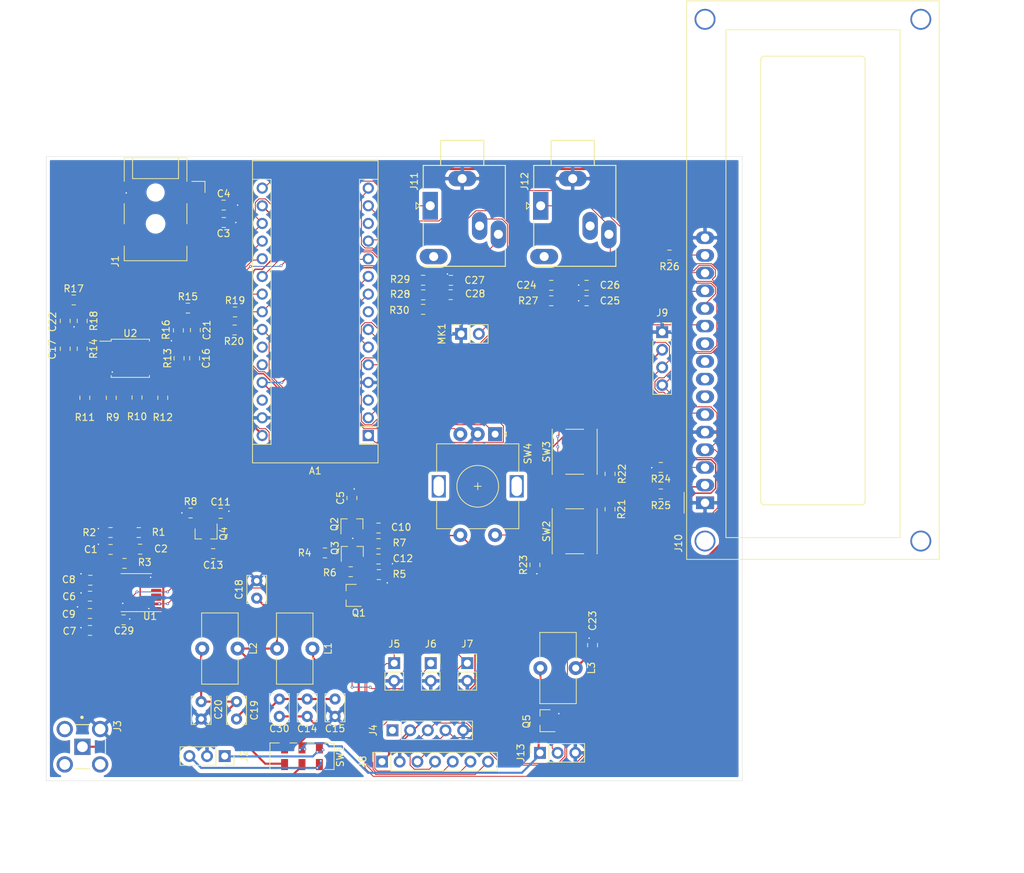
<source format=kicad_pcb>
(kicad_pcb (version 20171130) (host pcbnew 5.1.6+dfsg1-1)
  (layers (0 F.Cu signal) (31 B.Cu signal) (34 B.Paste user) (35 F.Paste user) (36 B.SilkS user) (37 F.SilkS user) (38 B.Mask user) (39 F.Mask user) (44 Edge.Cuts user))
  (net 0 "")
  (net 1 DIT)
  (net 2 DAH)
  (net 3 +12V)
  (net 4 SIG_OUT)
  (net 5 GND)
  (net 6 KEY_OUT)
  (net 7 "Net-(A1-Pad28)")
  (net 8 SIDETONE)
  (net 9 +5V)
  (net 10 RX)
  (net 11 "Net-(A1-Pad26)")
  (net 12 ROT_B)
  (net 13 "Net-(A1-Pad25)")
  (net 14 ROT_A)
  (net 15 SCL_3V3)
  (net 16 FREQCNT)
  (net 17 LCD_RS)
  (net 18 LCD_EN)
  (net 19 BUTTONS)
  (net 20 LCD_D7)
  (net 21 DVM)
  (net 22 LCD_D6)
  (net 23 AUDIO2)
  (net 24 AUDIO1)
  (net 25 "Net-(A1-Pad3)")
  (net 26 AREF)
  (net 27 LCD_D4)
  (net 28 +3V3)
  (net 29 LCD_D5)
  (net 30 "Net-(C1-Pad1)")
  (net 31 "Net-(C2-Pad2)")
  (net 32 demodIN)
  (net 33 180deg)
  (net 34 90deg)
  (net 35 270deg)
  (net 36 0deg)
  (net 37 "Net-(C10-Pad2)")
  (net 38 GateDrive)
  (net 39 "Net-(C12-Pad1)")
  (net 40 "Net-(C13-Pad2)")
  (net 41 RF)
  (net 42 "Net-(C14-Pad2)")
  (net 43 "Net-(C15-Pad2)")
  (net 44 "Net-(C16-Pad2)")
  (net 45 "Net-(C16-Pad1)")
  (net 46 "Net-(C17-Pad2)")
  (net 47 "Net-(C17-Pad1)")
  (net 48 "Net-(C18-Pad1)")
  (net 49 "Net-(C19-Pad1)")
  (net 50 "Net-(C24-Pad2)")
  (net 51 "Net-(C25-Pad1)")
  (net 52 "Net-(J1-Pad3)")
  (net 53 "Net-(J2-Pad3)")
  (net 54 "Net-(J2-Pad1)")
  (net 55 "Net-(J3-Pad1)")
  (net 56 "Net-(J4-Pad1)")
  (net 57 CLK0)
  (net 58 CLK1)
  (net 59 CLK2)
  (net 60 "Net-(J10-Pad15)")
  (net 61 "Net-(J10-Pad10)")
  (net 62 "Net-(J10-Pad9)")
  (net 63 "Net-(J10-Pad8)")
  (net 64 "Net-(J10-Pad7)")
  (net 65 "Net-(J10-Pad3)")
  (net 66 "Net-(J11-PadRN)")
  (net 67 "Net-(J11-PadTN)")
  (net 68 "Net-(J12-PadRN)")
  (net 69 "Net-(J12-PadTN)")
  (net 70 "Net-(Q1-Pad3)")
  (net 71 "Net-(Q1-Pad2)")
  (net 72 "Net-(R10-Pad2)")
  (net 73 "Net-(R11-Pad2)")
  (net 74 "Net-(R21-Pad2)")
  (net 75 "Net-(R22-Pad2)")
  (net 76 "Net-(U1-Pad7)")
  (net 77 "Net-(U1-Pad6)")
  (net 78 "Net-(U1-Pad5)")
  (net 79 "Net-(U1-Pad4)")
  (net 80 "Net-(U1-Pad3)")
  (module eec:Molex-73100-0114-0-0-0 (layer F.Cu) (at 90.34 138.26 270)
    (fp_text reference J3 (at -3.9 -9.25 90) (layer F.SilkS) (effects (justify right)))
    (fp_text value Antenna)
    (pad 5 thru_hole circle (at 2.54 -1.68 270) (size 2.34 2.34) (drill 1.54) (layers *.Cu))
    (pad 3 thru_hole circle (at 2.54 -6.76 270) (size 2.34 2.34) (drill 1.54) (layers *.Cu))
    (pad 4 thru_hole circle (at -2.54 -1.68 270) (size 2.34 2.34) (drill 1.54) (layers *.Cu))
    (pad 2 thru_hole circle (at -2.54 -6.76 270) (size 2.34 2.34) (drill 1.54) (layers *.Cu) (net 5 GND))
    (pad 1 thru_hole rect (at 0 -4.22 270) (size 2.34 2.34) (drill 1.54) (layers *.Cu) (net 55 "Net-(J3-Pad1)"))
  )
  (module Rotary_Encoder:RotaryEncoder_Alps_EC11E-Switch_Vertical_H20mm (layer F.Cu) (at 153.85 93.32 270)
    (fp_text reference SW4 (at 2.8 -4.7 90) (layer F.SilkS))
    (fp_text value "Rotary Encoder")
    (pad A thru_hole rect (at 0 0 270) (size 2 2) (drill 1) (layers *.Cu *.Mask) (net 14 ROT_A))
    (pad C thru_hole circle (at 0 2.5 270) (size 2 2) (drill 1) (layers *.Cu *.Mask) (net 5 GND))
    (pad B thru_hole circle (at 0 5 270) (size 2 2) (drill 1) (layers *.Cu *.Mask) (net 12 ROT_B))
    (pad MP thru_hole rect (at 7.5 -3.1 270) (size 3.2 2) (drill oval 2.8 1.5) (layers *.Cu *.Mask))
    (pad MP thru_hole rect (at 7.5 8.1 270) (size 3.2 2) (drill oval 2.8 1.5) (layers *.Cu *.Mask))
    (pad S2 thru_hole circle (at 14.5 0 270) (size 2 2) (drill 1) (layers *.Cu *.Mask) (net 19 BUTTONS))
    (pad S1 thru_hole circle (at 14.5 5 270) (size 2 2) (drill 1) (layers *.Cu *.Mask) (net 9 +5V))
  )
  (module Connector_PinSocket_2.54mm:PinSocket_1x04_P2.54mm_Vertical (layer F.Cu) (at 177.85 78.65)
    (fp_text reference J9 (at 0 -2.77) (layer F.SilkS))
    (fp_text value "SSD1306 OLED and I2C out")
    (pad 4 thru_hole oval (at 0 7.62) (size 1.7 1.7) (drill 1) (layers *.Cu *.Mask) (net 17 LCD_RS))
    (pad 3 thru_hole oval (at 0 5.08) (size 1.7 1.7) (drill 1) (layers *.Cu *.Mask) (net 15 SCL_3V3))
    (pad 2 thru_hole oval (at 0 2.54) (size 1.7 1.7) (drill 1) (layers *.Cu *.Mask) (net 28 +3V3))
    (pad 1 thru_hole rect (at 0 0) (size 1.7 1.7) (drill 1) (layers *.Cu *.Mask) (net 5 GND))
  )
  (module Display:WC1602A (layer F.Cu) (at 184.005 103.19 90)
    (fp_text reference J10 (at -5.82 -3.81 90) (layer F.SilkS))
    (fp_text value 1602LCD)
    (pad "" thru_hole circle (at 69.5 0 90) (size 3 3) (drill 2.5) (layers *.Cu *.Mask))
    (pad "" thru_hole circle (at 69.49948 31.0007 90) (size 3 3) (drill 2.5) (layers *.Cu *.Mask))
    (pad "" thru_hole circle (at -5.4991 31.0007 90) (size 3 3) (drill 2.5) (layers *.Cu *.Mask))
    (pad "" thru_hole circle (at -5.4991 0 90) (size 3 3) (drill 2.5) (layers *.Cu *.Mask))
    (pad 16 thru_hole oval (at 38.1 0 90) (size 1.8 2.6) (drill 1.2) (layers *.Cu *.Mask) (net 5 GND))
    (pad 15 thru_hole oval (at 35.56 0 90) (size 1.8 2.6) (drill 1.2) (layers *.Cu *.Mask) (net 60 "Net-(J10-Pad15)"))
    (pad 14 thru_hole oval (at 33.02 0 90) (size 1.8 2.6) (drill 1.2) (layers *.Cu *.Mask) (net 20 LCD_D7))
    (pad 13 thru_hole oval (at 30.48 0 90) (size 1.8 2.6) (drill 1.2) (layers *.Cu *.Mask) (net 22 LCD_D6))
    (pad 12 thru_hole oval (at 27.94 0 90) (size 1.8 2.6) (drill 1.2) (layers *.Cu *.Mask) (net 29 LCD_D5))
    (pad 11 thru_hole oval (at 25.4 0 90) (size 1.8 2.6) (drill 1.2) (layers *.Cu *.Mask) (net 27 LCD_D4))
    (pad 10 thru_hole oval (at 22.86 0 90) (size 1.8 2.6) (drill 1.2) (layers *.Cu *.Mask) (net 61 "Net-(J10-Pad10)"))
    (pad 9 thru_hole oval (at 20.32 0 90) (size 1.8 2.6) (drill 1.2) (layers *.Cu *.Mask) (net 62 "Net-(J10-Pad9)"))
    (pad 8 thru_hole oval (at 17.78 0 90) (size 1.8 2.6) (drill 1.2) (layers *.Cu *.Mask) (net 63 "Net-(J10-Pad8)"))
    (pad 7 thru_hole oval (at 15.24 0 90) (size 1.8 2.6) (drill 1.2) (layers *.Cu *.Mask) (net 64 "Net-(J10-Pad7)"))
    (pad 6 thru_hole oval (at 12.7 0 90) (size 1.8 2.6) (drill 1.2) (layers *.Cu *.Mask) (net 18 LCD_EN))
    (pad 5 thru_hole oval (at 10.16 0 90) (size 1.8 2.6) (drill 1.2) (layers *.Cu *.Mask) (net 5 GND))
    (pad 4 thru_hole oval (at 7.62 0 90) (size 1.8 2.6) (drill 1.2) (layers *.Cu *.Mask) (net 17 LCD_RS))
    (pad 3 thru_hole oval (at 5.08 0 90) (size 1.8 2.6) (drill 1.2) (layers *.Cu *.Mask) (net 65 "Net-(J10-Pad3)"))
    (pad 2 thru_hole oval (at 2.54 0 90) (size 1.8 2.6) (drill 1.2) (layers *.Cu *.Mask) (net 9 +5V))
    (pad 1 thru_hole rect (at 0 0 90) (size 1.8 2.6) (drill 1.2) (layers *.Cu *.Mask) (net 5 GND))
  )
  (module Package_SO:SOIC-8_5.275x5.275mm_P1.27mm (layer F.Cu) (at 101.4336 82.42)
    (fp_text reference U2 (at 0 -3.59) (layer F.SilkS))
    (fp_text value NE5532DR)
    (pad 8 smd roundrect (at 3.6 -1.905) (size 1.6 0.6) (layers F.Cu F.Paste F.Mask) (net 3 +12V))
    (pad 7 smd roundrect (at 3.6 -0.635) (size 1.6 0.6) (layers F.Cu F.Paste F.Mask) (net 45 "Net-(C16-Pad1)"))
    (pad 6 smd roundrect (at 3.6 0.635) (size 1.6 0.6) (layers F.Cu F.Paste F.Mask) (net 44 "Net-(C16-Pad2)"))
    (pad 5 smd roundrect (at 3.6 1.905) (size 1.6 0.6) (layers F.Cu F.Paste F.Mask) (net 72 "Net-(R10-Pad2)"))
    (pad 4 smd roundrect (at -3.6 1.905) (size 1.6 0.6) (layers F.Cu F.Paste F.Mask) (net 5 GND))
    (pad 3 smd roundrect (at -3.6 0.635) (size 1.6 0.6) (layers F.Cu F.Paste F.Mask) (net 73 "Net-(R11-Pad2)"))
    (pad 2 smd roundrect (at -3.6 -0.635) (size 1.6 0.6) (layers F.Cu F.Paste F.Mask) (net 46 "Net-(C17-Pad2)"))
    (pad 1 smd roundrect (at -3.6 -1.905) (size 1.6 0.6) (layers F.Cu F.Paste F.Mask) (net 47 "Net-(C17-Pad1)"))
  )
  (module Package_SO:TSSOP-16_4.4x5mm_P0.65mm (layer F.Cu) (at 102.2976 116.1036 180)
    (fp_text reference U1 (at -1.9812 -3.4036) (layer F.SilkS))
    (fp_text value SN74CBT3253PWR)
    (pad 16 smd roundrect (at 2.8625 -2.275 180) (size 1.475 0.4) (layers F.Cu F.Paste F.Mask) (net 9 +5V))
    (pad 15 smd roundrect (at 2.8625 -1.625 180) (size 1.475 0.4) (layers F.Cu F.Paste F.Mask) (net 5 GND))
    (pad 14 smd roundrect (at 2.8625 -0.975 180) (size 1.475 0.4) (layers F.Cu F.Paste F.Mask) (net 57 CLK0))
    (pad 13 smd roundrect (at 2.8625 -0.325 180) (size 1.475 0.4) (layers F.Cu F.Paste F.Mask) (net 34 90deg))
    (pad 12 smd roundrect (at 2.8625 0.325 180) (size 1.475 0.4) (layers F.Cu F.Paste F.Mask) (net 36 0deg))
    (pad 11 smd roundrect (at 2.8625 0.975 180) (size 1.475 0.4) (layers F.Cu F.Paste F.Mask) (net 33 180deg))
    (pad 10 smd roundrect (at 2.8625 1.625 180) (size 1.475 0.4) (layers F.Cu F.Paste F.Mask) (net 35 270deg))
    (pad 9 smd roundrect (at 2.8625 2.275 180) (size 1.475 0.4) (layers F.Cu F.Paste F.Mask) (net 31 "Net-(C2-Pad2)"))
    (pad 8 smd roundrect (at -2.8625 2.275 180) (size 1.475 0.4) (layers F.Cu F.Paste F.Mask) (net 5 GND))
    (pad 7 smd roundrect (at -2.8625 1.625 180) (size 1.475 0.4) (layers F.Cu F.Paste F.Mask) (net 76 "Net-(U1-Pad7)"))
    (pad 6 smd roundrect (at -2.8625 0.975 180) (size 1.475 0.4) (layers F.Cu F.Paste F.Mask) (net 77 "Net-(U1-Pad6)"))
    (pad 5 smd roundrect (at -2.8625 0.325 180) (size 1.475 0.4) (layers F.Cu F.Paste F.Mask) (net 78 "Net-(U1-Pad5)"))
    (pad 4 smd roundrect (at -2.8625 -0.325 180) (size 1.475 0.4) (layers F.Cu F.Paste F.Mask) (net 79 "Net-(U1-Pad4)"))
    (pad 3 smd roundrect (at -2.8625 -0.975 180) (size 1.475 0.4) (layers F.Cu F.Paste F.Mask) (net 80 "Net-(U1-Pad3)"))
    (pad 2 smd roundrect (at -2.8625 -1.625 180) (size 1.475 0.4) (layers F.Cu F.Paste F.Mask) (net 58 CLK1))
    (pad 1 smd roundrect (at -2.8625 -2.275 180) (size 1.475 0.4) (layers F.Cu F.Paste F.Mask) (net 5 GND))
  )
  (module Button_Switch_SMD:SW_Push_1P1T_NO_6x6mm_H9.5mm (layer F.Cu) (at 165.28 95.86 90)
    (fp_text reference SW3 (at 0 -4.05 90) (layer F.SilkS))
    (fp_text value R)
    (pad 2 smd rect (at 3.975 2.25 90) (size 1.55 1.3) (layers F.Cu F.Paste F.Mask) (net 75 "Net-(R22-Pad2)"))
    (pad 1 smd rect (at 3.975 -2.25 90) (size 1.55 1.3) (layers F.Cu F.Paste F.Mask) (net 19 BUTTONS))
    (pad 1 smd rect (at -3.975 -2.25 90) (size 1.55 1.3) (layers F.Cu F.Paste F.Mask) (net 19 BUTTONS))
    (pad 2 smd rect (at -3.975 2.25 90) (size 1.55 1.3) (layers F.Cu F.Paste F.Mask) (net 75 "Net-(R22-Pad2)"))
  )
  (module Button_Switch_SMD:SW_Push_1P1T_NO_6x6mm_H9.5mm (layer F.Cu) (at 165.28 107.29 90)
    (fp_text reference SW2 (at 0 -4.05 90) (layer F.SilkS))
    (fp_text value L)
    (pad 2 smd rect (at 3.975 2.25 90) (size 1.55 1.3) (layers F.Cu F.Paste F.Mask) (net 74 "Net-(R21-Pad2)"))
    (pad 1 smd rect (at 3.975 -2.25 90) (size 1.55 1.3) (layers F.Cu F.Paste F.Mask) (net 19 BUTTONS))
    (pad 1 smd rect (at -3.975 -2.25 90) (size 1.55 1.3) (layers F.Cu F.Paste F.Mask) (net 19 BUTTONS))
    (pad 2 smd rect (at -3.975 2.25 90) (size 1.55 1.3) (layers F.Cu F.Paste F.Mask) (net 74 "Net-(R21-Pad2)"))
  )
  (module Button_Switch_SMD:SW_DPDT_CK_JS202011JCQN (layer F.Cu) (at 126.1 139.62)
    (fp_text reference SW1 (at 5.5 0.03 90) (layer F.SilkS))
    (fp_text value SW_DPDT_x2)
    (pad 3 smd rect (at 2.5 -1.2) (size 1 1.6) (layers F.Cu F.Paste F.Mask) (net 54 "Net-(J2-Pad1)"))
    (pad 2 smd rect (at 0 -1.2) (size 1 1.6) (layers F.Cu F.Paste F.Mask) (net 41 RF))
    (pad 1 smd rect (at -2.5 -1.2) (size 1 1.6) (layers F.Cu F.Paste F.Mask) (net 42 "Net-(C14-Pad2)"))
    (pad 6 smd rect (at 2.5 1.2) (size 1 1.6) (layers F.Cu F.Paste F.Mask) (net 53 "Net-(J2-Pad3)"))
    (pad 5 smd rect (at 0 1.2) (size 1 1.6) (layers F.Cu F.Paste F.Mask) (net 55 "Net-(J3-Pad1)"))
    (pad 4 smd rect (at -2.5 1.2) (size 1 1.6) (layers F.Cu F.Paste F.Mask) (net 49 "Net-(C19-Pad1)"))
  )
  (module Resistor_SMD:R_0805_2012Metric_Pad1.15x1.40mm_HandSolder (layer F.Cu) (at 143.5 75.3826 180)
    (fp_text reference R30 (at 3.4036 -0.127) (layer F.SilkS))
    (fp_text value 10k)
    (pad 2 smd roundrect (at 1.025 0 180) (size 1.15 1.4) (layers F.Cu F.Paste F.Mask) (roundrect_rratio 0.217391) (net 9 +5V))
    (pad 1 smd roundrect (at -1.025 0 180) (size 1.15 1.4) (layers F.Cu F.Paste F.Mask) (roundrect_rratio 0.217391) (net 2 DAH))
  )
  (module Resistor_SMD:R_0805_2012Metric_Pad1.15x1.40mm_HandSolder (layer F.Cu) (at 143.525 73.3)
    (fp_text reference R29 (at -3.3274 -2.2352) (layer F.SilkS))
    (fp_text value 10k)
    (pad 2 smd roundrect (at 1.025 0) (size 1.15 1.4) (layers F.Cu F.Paste F.Mask) (roundrect_rratio 0.217391) (net 21 DVM))
    (pad 1 smd roundrect (at -1.025 0) (size 1.15 1.4) (layers F.Cu F.Paste F.Mask) (roundrect_rratio 0.217391) (net 5 GND))
  )
  (module Resistor_SMD:R_0805_2012Metric_Pad1.15x1.40mm_HandSolder (layer F.Cu) (at 143.5 71.2 180)
    (fp_text reference R28 (at 3.302 -2.0066) (layer F.SilkS))
    (fp_text value 10k)
    (pad 2 smd roundrect (at 1.025 0 180) (size 1.15 1.4) (layers F.Cu F.Paste F.Mask) (roundrect_rratio 0.217391) (net 26 AREF))
    (pad 1 smd roundrect (at -1.025 0 180) (size 1.15 1.4) (layers F.Cu F.Paste F.Mask) (roundrect_rratio 0.217391) (net 21 DVM))
  )
  (module Resistor_SMD:R_0805_2012Metric_Pad1.15x1.40mm_HandSolder (layer F.Cu) (at 161.91 74.15 180)
    (fp_text reference R27 (at 3.31 0) (layer F.SilkS))
    (fp_text value 270R)
    (pad 2 smd roundrect (at 1.025 0 180) (size 1.15 1.4) (layers F.Cu F.Paste F.Mask) (roundrect_rratio 0.217391) (net 50 "Net-(C24-Pad2)"))
    (pad 1 smd roundrect (at -1.025 0 180) (size 1.15 1.4) (layers F.Cu F.Paste F.Mask) (roundrect_rratio 0.217391) (net 51 "Net-(C25-Pad1)"))
  )
  (module Resistor_SMD:R_0805_2012Metric_Pad1.15x1.40mm_HandSolder (layer F.Cu) (at 178.8996 67.5792 180)
    (fp_text reference R26 (at 0 -1.65) (layer F.SilkS))
    (fp_text value 1k)
    (pad 2 smd roundrect (at 1.025 0 180) (size 1.15 1.4) (layers F.Cu F.Paste F.Mask) (roundrect_rratio 0.217391) (net 3 +12V))
    (pad 1 smd roundrect (at -1.025 0 180) (size 1.15 1.4) (layers F.Cu F.Paste F.Mask) (roundrect_rratio 0.217391) (net 60 "Net-(J10-Pad15)"))
  )
  (module Resistor_SMD:R_0805_2012Metric_Pad1.15x1.40mm_HandSolder (layer F.Cu) (at 177.655 101.92 180)
    (fp_text reference R25 (at 0 -1.65) (layer F.SilkS))
    (fp_text value 1k)
    (pad 2 smd roundrect (at 1.025 0 180) (size 1.15 1.4) (layers F.Cu F.Paste F.Mask) (roundrect_rratio 0.217391) (net 65 "Net-(J10-Pad3)"))
    (pad 1 smd roundrect (at -1.025 0 180) (size 1.15 1.4) (layers F.Cu F.Paste F.Mask) (roundrect_rratio 0.217391) (net 9 +5V))
  )
  (module Resistor_SMD:R_0805_2012Metric_Pad1.15x1.40mm_HandSolder (layer F.Cu) (at 177.655 98.11 180)
    (fp_text reference R24 (at 0 -1.65) (layer F.SilkS))
    (fp_text value 1k)
    (pad 2 smd roundrect (at 1.025 0 180) (size 1.15 1.4) (layers F.Cu F.Paste F.Mask) (roundrect_rratio 0.217391) (net 5 GND))
    (pad 1 smd roundrect (at -1.025 0 180) (size 1.15 1.4) (layers F.Cu F.Paste F.Mask) (roundrect_rratio 0.217391) (net 65 "Net-(J10-Pad3)"))
  )
  (module Resistor_SMD:R_0805_2012Metric_Pad1.15x1.40mm_HandSolder (layer F.Cu) (at 159.565 112.125 90)
    (fp_text reference R23 (at 0 -1.65 90) (layer F.SilkS))
    (fp_text value 10k)
    (pad 2 smd roundrect (at 1.025 0 90) (size 1.15 1.4) (layers F.Cu F.Paste F.Mask) (roundrect_rratio 0.217391) (net 19 BUTTONS))
    (pad 1 smd roundrect (at -1.025 0 90) (size 1.15 1.4) (layers F.Cu F.Paste F.Mask) (roundrect_rratio 0.217391) (net 5 GND))
  )
  (module Resistor_SMD:R_0805_2012Metric_Pad1.15x1.40mm_HandSolder (layer F.Cu) (at 170.36 99.035 90)
    (fp_text reference R22 (at 0 1.74 90) (layer F.SilkS))
    (fp_text value 1k)
    (pad 2 smd roundrect (at 1.025 0 90) (size 1.15 1.4) (layers F.Cu F.Paste F.Mask) (roundrect_rratio 0.217391) (net 75 "Net-(R22-Pad2)"))
    (pad 1 smd roundrect (at -1.025 0 90) (size 1.15 1.4) (layers F.Cu F.Paste F.Mask) (roundrect_rratio 0.217391) (net 9 +5V))
  )
  (module Resistor_SMD:R_0805_2012Metric_Pad1.15x1.40mm_HandSolder (layer F.Cu) (at 170.36 104.115 270)
    (fp_text reference R21 (at 0 -1.65 90) (layer F.SilkS))
    (fp_text value 3k3)
    (pad 2 smd roundrect (at 1.025 0 270) (size 1.15 1.4) (layers F.Cu F.Paste F.Mask) (roundrect_rratio 0.217391) (net 74 "Net-(R21-Pad2)"))
    (pad 1 smd roundrect (at -1.025 0 270) (size 1.15 1.4) (layers F.Cu F.Paste F.Mask) (roundrect_rratio 0.217391) (net 9 +5V))
  )
  (module Resistor_SMD:R_0805_2012Metric_Pad1.15x1.40mm_HandSolder (layer F.Cu) (at 116.4276 78.3512)
    (fp_text reference R20 (at -0.1016 1.6256) (layer F.SilkS))
    (fp_text value 1k)
    (pad 2 smd roundrect (at 1.025 0) (size 1.15 1.4) (layers F.Cu F.Paste F.Mask) (roundrect_rratio 0.217391) (net 15 SCL_3V3))
    (pad 1 smd roundrect (at -1.025 0) (size 1.15 1.4) (layers F.Cu F.Paste F.Mask) (roundrect_rratio 0.217391) (net 28 +3V3))
  )
  (module Resistor_SMD:R_0805_2012Metric_Pad1.15x1.40mm_HandSolder (layer F.Cu) (at 116.4784 75.7604)
    (fp_text reference R19 (at 0 -1.65) (layer F.SilkS))
    (fp_text value 1k)
    (pad 2 smd roundrect (at 1.025 0) (size 1.15 1.4) (layers F.Cu F.Paste F.Mask) (roundrect_rratio 0.217391) (net 17 LCD_RS))
    (pad 1 smd roundrect (at -1.025 0) (size 1.15 1.4) (layers F.Cu F.Paste F.Mask) (roundrect_rratio 0.217391) (net 28 +3V3))
  )
  (module Resistor_SMD:R_0805_2012Metric_Pad1.15x1.40mm_HandSolder (layer F.Cu) (at 94.5248 77.0442 270)
    (fp_text reference R18 (at 0 -1.65 90) (layer F.SilkS))
    (fp_text value 10k)
    (pad 2 smd roundrect (at 1.025 0 270) (size 1.15 1.4) (layers F.Cu F.Paste F.Mask) (roundrect_rratio 0.217391) (net 5 GND))
    (pad 1 smd roundrect (at -1.025 0 270) (size 1.15 1.4) (layers F.Cu F.Paste F.Mask) (roundrect_rratio 0.217391) (net 23 AUDIO2))
  )
  (module Resistor_SMD:R_0805_2012Metric_Pad1.15x1.40mm_HandSolder (layer F.Cu) (at 93.3056 74.038 180)
    (fp_text reference R17 (at 0.009 1.6256) (layer F.SilkS))
    (fp_text value 10k)
    (pad 2 smd roundrect (at 1.025 0 180) (size 1.15 1.4) (layers F.Cu F.Paste F.Mask) (roundrect_rratio 0.217391) (net 23 AUDIO2))
    (pad 1 smd roundrect (at -1.025 0 180) (size 1.15 1.4) (layers F.Cu F.Paste F.Mask) (roundrect_rratio 0.217391) (net 26 AREF))
  )
  (module Resistor_SMD:R_0805_2012Metric_Pad1.15x1.40mm_HandSolder (layer F.Cu) (at 108.3424 78.4068 270)
    (fp_text reference R16 (at -0.1016 1.778 90) (layer F.SilkS))
    (fp_text value 10k)
    (pad 2 smd roundrect (at 1.025 0 270) (size 1.15 1.4) (layers F.Cu F.Paste F.Mask) (roundrect_rratio 0.217391) (net 5 GND))
    (pad 1 smd roundrect (at -1.025 0 270) (size 1.15 1.4) (layers F.Cu F.Paste F.Mask) (roundrect_rratio 0.217391) (net 24 AUDIO1))
  )
  (module Resistor_SMD:R_0805_2012Metric_Pad1.15x1.40mm_HandSolder (layer F.Cu) (at 109.705 75.2064)
    (fp_text reference R15 (at 0 -1.65) (layer F.SilkS))
    (fp_text value 10k)
    (pad 2 smd roundrect (at 1.025 0) (size 1.15 1.4) (layers F.Cu F.Paste F.Mask) (roundrect_rratio 0.217391) (net 24 AUDIO1))
    (pad 1 smd roundrect (at -1.025 0) (size 1.15 1.4) (layers F.Cu F.Paste F.Mask) (roundrect_rratio 0.217391) (net 26 AREF))
  )
  (module Resistor_SMD:R_0805_2012Metric_Pad1.15x1.40mm_HandSolder (layer F.Cu) (at 94.5248 81.0484 90)
    (fp_text reference R14 (at 0 1.6256 90) (layer F.SilkS))
    (fp_text value 82k)
    (pad 2 smd roundrect (at 1.025 0 90) (size 1.15 1.4) (layers F.Cu F.Paste F.Mask) (roundrect_rratio 0.217391) (net 47 "Net-(C17-Pad1)"))
    (pad 1 smd roundrect (at -1.025 0 90) (size 1.15 1.4) (layers F.Cu F.Paste F.Mask) (roundrect_rratio 0.217391) (net 46 "Net-(C17-Pad2)"))
  )
  (module Resistor_SMD:R_0805_2012Metric_Pad1.15x1.40mm_HandSolder (layer F.Cu) (at 108.444 82.42 90)
    (fp_text reference R13 (at 0 -1.65 90) (layer F.SilkS))
    (fp_text value 82k)
    (pad 2 smd roundrect (at 1.025 0 90) (size 1.15 1.4) (layers F.Cu F.Paste F.Mask) (roundrect_rratio 0.217391) (net 45 "Net-(C16-Pad1)"))
    (pad 1 smd roundrect (at -1.025 0 90) (size 1.15 1.4) (layers F.Cu F.Paste F.Mask) (roundrect_rratio 0.217391) (net 44 "Net-(C16-Pad2)"))
  )
  (module Resistor_SMD:R_0805_2012Metric_Pad1.15x1.40mm_HandSolder (layer F.Cu) (at 106.1 88.1 90)
    (fp_text reference R12 (at -2.8 0 180) (layer F.SilkS))
    (fp_text value 100R)
    (pad 2 smd roundrect (at 1.025 0 90) (size 1.15 1.4) (layers F.Cu F.Paste F.Mask) (roundrect_rratio 0.217391) (net 46 "Net-(C17-Pad2)"))
    (pad 1 smd roundrect (at -1.025 0 90) (size 1.15 1.4) (layers F.Cu F.Paste F.Mask) (roundrect_rratio 0.217391) (net 35 270deg))
  )
  (module Resistor_SMD:R_0805_2012Metric_Pad1.15x1.40mm_HandSolder (layer F.Cu) (at 94.9 88.1 90)
    (fp_text reference R11 (at -2.8 0 180) (layer F.SilkS))
    (fp_text value 100R)
    (pad 2 smd roundrect (at 1.025 0 90) (size 1.15 1.4) (layers F.Cu F.Paste F.Mask) (roundrect_rratio 0.217391) (net 73 "Net-(R11-Pad2)"))
    (pad 1 smd roundrect (at -1.025 0 90) (size 1.15 1.4) (layers F.Cu F.Paste F.Mask) (roundrect_rratio 0.217391) (net 34 90deg))
  )
  (module Resistor_SMD:R_0805_2012Metric_Pad1.15x1.40mm_HandSolder (layer F.Cu) (at 102.4 88.05 90)
    (fp_text reference R10 (at -2.75 0 180) (layer F.SilkS))
    (fp_text value 100R)
    (pad 2 smd roundrect (at 1.025 0 90) (size 1.15 1.4) (layers F.Cu F.Paste F.Mask) (roundrect_rratio 0.217391) (net 72 "Net-(R10-Pad2)"))
    (pad 1 smd roundrect (at -1.025 0 90) (size 1.15 1.4) (layers F.Cu F.Paste F.Mask) (roundrect_rratio 0.217391) (net 33 180deg))
  )
  (module Resistor_SMD:R_0805_2012Metric_Pad1.15x1.40mm_HandSolder (layer F.Cu) (at 98.7 88.1 90)
    (fp_text reference R9 (at -2.8 0.2 180) (layer F.SilkS))
    (fp_text value 100R)
    (pad 2 smd roundrect (at 1.025 0 90) (size 1.15 1.4) (layers F.Cu F.Paste F.Mask) (roundrect_rratio 0.217391) (net 44 "Net-(C16-Pad2)"))
    (pad 1 smd roundrect (at -1.025 0 90) (size 1.15 1.4) (layers F.Cu F.Paste F.Mask) (roundrect_rratio 0.217391) (net 36 0deg))
  )
  (module Resistor_SMD:R_0805_2012Metric_Pad1.15x1.40mm_HandSolder (layer F.Cu) (at 110.0908 104.6584)
    (fp_text reference R8 (at 0 -1.65) (layer F.SilkS))
    (fp_text value 1k)
    (pad 2 smd roundrect (at 1.025 0) (size 1.15 1.4) (layers F.Cu F.Paste F.Mask) (roundrect_rratio 0.217391) (net 32 demodIN))
    (pad 1 smd roundrect (at -1.025 0) (size 1.15 1.4) (layers F.Cu F.Paste F.Mask) (roundrect_rratio 0.217391) (net 5 GND))
  )
  (module Resistor_SMD:R_0805_2012Metric_Pad1.15x1.40mm_HandSolder (layer F.Cu) (at 137.0934 109.0556)
    (fp_text reference R7 (at 3.0066 -0.1056) (layer F.SilkS))
    (fp_text value 10k)
    (pad 2 smd roundrect (at 1.025 0) (size 1.15 1.4) (layers F.Cu F.Paste F.Mask) (roundrect_rratio 0.217391) (net 38 GateDrive))
    (pad 1 smd roundrect (at -1.025 0) (size 1.15 1.4) (layers F.Cu F.Paste F.Mask) (roundrect_rratio 0.217391) (net 39 "Net-(C12-Pad1)"))
  )
  (module Resistor_SMD:R_0805_2012Metric_Pad1.15x1.40mm_HandSolder (layer F.Cu) (at 133.1 113.1 180)
    (fp_text reference R6 (at 3.0066 -0.1416) (layer F.SilkS))
    (fp_text value 10k)
    (pad 2 smd roundrect (at 1.025 0 180) (size 1.15 1.4) (layers F.Cu F.Paste F.Mask) (roundrect_rratio 0.217391) (net 4 SIG_OUT))
    (pad 1 smd roundrect (at -1.025 0 180) (size 1.15 1.4) (layers F.Cu F.Paste F.Mask) (roundrect_rratio 0.217391) (net 39 "Net-(C12-Pad1)"))
  )
  (module Resistor_SMD:R_0805_2012Metric_Pad1.15x1.40mm_HandSolder (layer F.Cu) (at 137.1442 113.5152 180)
    (fp_text reference R5 (at -2.9558 0.0652) (layer F.SilkS))
    (fp_text value 22R)
    (pad 2 smd roundrect (at 1.025 0 180) (size 1.15 1.4) (layers F.Cu F.Paste F.Mask) (roundrect_rratio 0.217391) (net 71 "Net-(Q1-Pad2)"))
    (pad 1 smd roundrect (at -1.025 0 180) (size 1.15 1.4) (layers F.Cu F.Paste F.Mask) (roundrect_rratio 0.217391) (net 5 GND))
  )
  (module Resistor_SMD:R_0805_2012Metric_Pad1.15x1.40mm_HandSolder (layer F.Cu) (at 129.4 110.4 180)
    (fp_text reference R4 (at 2.9202 0.0092) (layer F.SilkS))
    (fp_text value 47R)
    (pad 2 smd roundrect (at 1.025 0 180) (size 1.15 1.4) (layers F.Cu F.Paste F.Mask) (roundrect_rratio 0.217391) (net 3 +12V))
    (pad 1 smd roundrect (at -1.025 0 180) (size 1.15 1.4) (layers F.Cu F.Paste F.Mask) (roundrect_rratio 0.217391) (net 70 "Net-(Q1-Pad3)"))
  )
  (module Resistor_SMD:R_0805_2012Metric_Pad1.15x1.40mm_HandSolder (layer F.Cu) (at 100.6 111.9)
    (fp_text reference R3 (at 2.9046 -0.1524) (layer F.SilkS))
    (fp_text value 1k)
    (pad 2 smd roundrect (at 1.025 0) (size 1.15 1.4) (layers F.Cu F.Paste F.Mask) (roundrect_rratio 0.217391) (net 31 "Net-(C2-Pad2)"))
    (pad 1 smd roundrect (at -1.025 0) (size 1.15 1.4) (layers F.Cu F.Paste F.Mask) (roundrect_rratio 0.217391) (net 30 "Net-(C1-Pad1)"))
  )
  (module Resistor_SMD:R_0805_2012Metric_Pad1.15x1.40mm_HandSolder (layer F.Cu) (at 98.5892 107.4676 180)
    (fp_text reference R2 (at 3.048 0) (layer F.SilkS))
    (fp_text value 10k)
    (pad 2 smd roundrect (at 1.025 0 180) (size 1.15 1.4) (layers F.Cu F.Paste F.Mask) (roundrect_rratio 0.217391) (net 5 GND))
    (pad 1 smd roundrect (at -1.025 0 180) (size 1.15 1.4) (layers F.Cu F.Paste F.Mask) (roundrect_rratio 0.217391) (net 30 "Net-(C1-Pad1)"))
  )
  (module Resistor_SMD:R_0805_2012Metric_Pad1.15x1.40mm_HandSolder (layer F.Cu) (at 102.6532 107.4676 180)
    (fp_text reference R1 (at -2.8448 0.0508) (layer F.SilkS))
    (fp_text value 10k)
    (pad 2 smd roundrect (at 1.025 0 180) (size 1.15 1.4) (layers F.Cu F.Paste F.Mask) (roundrect_rratio 0.217391) (net 30 "Net-(C1-Pad1)"))
    (pad 1 smd roundrect (at -1.025 0 180) (size 1.15 1.4) (layers F.Cu F.Paste F.Mask) (roundrect_rratio 0.217391) (net 9 +5V))
  )
  (module Package_TO_SOT_SMD:SOT-23 (layer F.Cu) (at 161.0576 134.5192 180)
    (fp_text reference Q5 (at 2.6924 -0.1016 270) (layer F.SilkS))
    (fp_text value IRLML2060)
    (pad 3 smd rect (at 1 0 180) (size 0.9 0.8) (layers F.Cu F.Paste F.Mask) (net 41 RF))
    (pad 2 smd rect (at -1 0.95 180) (size 0.9 0.8) (layers F.Cu F.Paste F.Mask) (net 5 GND))
    (pad 1 smd rect (at -1 -0.95 180) (size 0.9 0.8) (layers F.Cu F.Paste F.Mask) (net 38 GateDrive))
  )
  (module Package_TO_SOT_SMD:SOT-23 (layer F.Cu) (at 112.326 107.6302 270)
    (fp_text reference Q4 (at 0 -2.5 90) (layer F.SilkS))
    (fp_text value 2N7002)
    (pad 3 smd rect (at 1 0 270) (size 0.9 0.8) (layers F.Cu F.Paste F.Mask) (net 40 "Net-(C13-Pad2)"))
    (pad 2 smd rect (at -1 0.95 270) (size 0.9 0.8) (layers F.Cu F.Paste F.Mask) (net 32 demodIN))
    (pad 1 smd rect (at -1 -0.95 270) (size 0.9 0.8) (layers F.Cu F.Paste F.Mask) (net 10 RX))
  )
  (module Package_TO_SOT_SMD:SOT-23 (layer F.Cu) (at 133.3252 110.224 90)
    (fp_text reference Q3 (at 0.524 -2.4752 90) (layer F.SilkS))
    (fp_text value S9012)
    (pad 3 smd rect (at 1 0 90) (size 0.9 0.8) (layers F.Cu F.Paste F.Mask) (net 5 GND))
    (pad 2 smd rect (at -1 0.95 90) (size 0.9 0.8) (layers F.Cu F.Paste F.Mask) (net 37 "Net-(C10-Pad2)"))
    (pad 1 smd rect (at -1 -0.95 90) (size 0.9 0.8) (layers F.Cu F.Paste F.Mask) (net 70 "Net-(Q1-Pad3)"))
  )
  (module Package_TO_SOT_SMD:SOT-23 (layer F.Cu) (at 133.2744 106.2616 90)
    (fp_text reference Q2 (at 0 -2.5 90) (layer F.SilkS))
    (fp_text value S9013)
    (pad 3 smd rect (at 1 0 90) (size 0.9 0.8) (layers F.Cu F.Paste F.Mask) (net 3 +12V))
    (pad 2 smd rect (at -1 0.95 90) (size 0.9 0.8) (layers F.Cu F.Paste F.Mask) (net 37 "Net-(C10-Pad2)"))
    (pad 1 smd rect (at -1 -0.95 90) (size 0.9 0.8) (layers F.Cu F.Paste F.Mask) (net 70 "Net-(Q1-Pad3)"))
  )
  (module Package_TO_SOT_SMD:SOT-23 (layer F.Cu) (at 133.2 116.5 180)
    (fp_text reference Q1 (at -1.0604 -2.526) (layer F.SilkS))
    (fp_text value S9013)
    (pad 3 smd rect (at 1 0 180) (size 0.9 0.8) (layers F.Cu F.Paste F.Mask) (net 70 "Net-(Q1-Pad3)"))
    (pad 2 smd rect (at -1 0.95 180) (size 0.9 0.8) (layers F.Cu F.Paste F.Mask) (net 71 "Net-(Q1-Pad2)"))
    (pad 1 smd rect (at -1 -0.95 180) (size 0.9 0.8) (layers F.Cu F.Paste F.Mask) (net 59 CLK2))
  )
  (module Connector_PinSocket_2.54mm:PinSocket_1x02_P2.54mm_Vertical (layer F.Cu) (at 148.965 78.91 90)
    (fp_text reference MK1 (at 0 -2.77 90) (layer F.SilkS))
    (fp_text value "Condenser Mic")
    (pad 2 thru_hole oval (at 0 2.54 90) (size 1.7 1.7) (drill 1) (layers *.Cu *.Mask) (net 66 "Net-(J11-PadRN)"))
    (pad 1 thru_hole rect (at 0 0 90) (size 1.7 1.7) (drill 1) (layers *.Cu *.Mask) (net 5 GND))
  )
  (module Inductor_THT:L_Toroid_Vertical_L10.0mm_W5.0mm_P5.08mm (layer F.Cu) (at 165.4264 126.95 270)
    (fp_text reference L3 (at 0 -2.25 90) (layer F.SilkS))
    (fp_text value 22T/FT37-43)
    (pad 2 thru_hole circle (at 0 5.08 270) (size 2 2) (drill 1) (layers *.Cu *.Mask) (net 41 RF))
    (pad 1 thru_hole circle (at 0 0 270) (size 2 2) (drill 1) (layers *.Cu *.Mask) (net 3 +12V))
  )
  (module Inductor_THT:L_Toroid_Vertical_L10.0mm_W5.0mm_P5.08mm (layer F.Cu) (at 116.85 124.1428 270)
    (fp_text reference L2 (at 0 -2.25 90) (layer F.SilkS))
    (fp_text value 8T/T37-6)
    (pad 2 thru_hole circle (at 0 5.08 270) (size 2 2) (drill 1) (layers *.Cu *.Mask) (net 49 "Net-(C19-Pad1)"))
    (pad 1 thru_hole circle (at 0 0 270) (size 2 2) (drill 1) (layers *.Cu *.Mask) (net 48 "Net-(C18-Pad1)"))
  )
  (module Inductor_THT:L_Toroid_Vertical_L10.0mm_W5.0mm_P5.08mm (layer F.Cu) (at 127.6 124.15 270)
    (fp_text reference L1 (at 0 -2.25 90) (layer F.SilkS))
    (fp_text value 12T/T37-6)
    (pad 2 thru_hole circle (at 0 5.08 270) (size 2 2) (drill 1) (layers *.Cu *.Mask) (net 48 "Net-(C18-Pad1)"))
    (pad 1 thru_hole circle (at 0 0 270) (size 2 2) (drill 1) (layers *.Cu *.Mask) (net 43 "Net-(C15-Pad2)"))
  )
  (module Connector_PinSocket_2.54mm:PinSocket_1x03_P2.54mm_Vertical (layer F.Cu) (at 160.2956 139.142 90)
    (fp_text reference J13 (at 0 -2.77 90) (layer F.SilkS))
    (fp_text value "PA MOSFETs")
    (pad 3 thru_hole oval (at 0 5.08 90) (size 1.7 1.7) (drill 1) (layers *.Cu *.Mask) (net 5 GND))
    (pad 2 thru_hole oval (at 0 2.54 90) (size 1.7 1.7) (drill 1) (layers *.Cu *.Mask) (net 38 GateDrive))
    (pad 1 thru_hole rect (at 0 0 90) (size 1.7 1.7) (drill 1) (layers *.Cu *.Mask) (net 41 RF))
  )
  (module Connector_Audio:Jack_3.5mm_Ledino_KB3SPRS_Horizontal (layer F.Cu) (at 160.395 60.495 270)
    (fp_text reference J12 (at -3.5 2.3 90) (layer F.SilkS))
    (fp_text value PJ-324M)
    (pad S thru_hole oval (at -3.9 -4.6 270) (size 2.2 4) (drill 1.3) (layers *.Cu *.Mask) (net 5 GND))
    (pad R thru_hole oval (at 4.1 -9.8 270) (size 4 2.2) (drill 1.3) (layers *.Cu *.Mask) (net 51 "Net-(C25-Pad1)"))
    (pad RN thru_hole oval (at 2.9 -7.1 270) (size 4 2.2) (drill 1.3) (layers *.Cu *.Mask) (net 68 "Net-(J12-PadRN)"))
    (pad TN thru_hole oval (at 7.3 -0.5) (size 4 2.2) (drill 1.3) (layers *.Cu *.Mask) (net 69 "Net-(J12-PadTN)"))
    (pad T thru_hole rect (at 0 0 270) (size 4 2.2) (drill 1.3) (layers *.Cu *.Mask) (net 51 "Net-(C25-Pad1)"))
  )
  (module Connector_Audio:Jack_3.5mm_Ledino_KB3SPRS_Horizontal (layer F.Cu) (at 144.52 60.495 270)
    (fp_text reference J11 (at -3.5 2.3 90) (layer F.SilkS))
    (fp_text value PJ-324M)
    (pad S thru_hole oval (at -3.9 -4.6 270) (size 2.2 4) (drill 1.3) (layers *.Cu *.Mask) (net 5 GND))
    (pad R thru_hole oval (at 4.1 -9.8 270) (size 4 2.2) (drill 1.3) (layers *.Cu *.Mask) (net 2 DAH))
    (pad RN thru_hole oval (at 2.9 -7.1 270) (size 4 2.2) (drill 1.3) (layers *.Cu *.Mask) (net 66 "Net-(J11-PadRN)"))
    (pad TN thru_hole oval (at 7.3 -0.5) (size 4 2.2) (drill 1.3) (layers *.Cu *.Mask) (net 67 "Net-(J11-PadTN)"))
    (pad T thru_hole rect (at 0 0 270) (size 4 2.2) (drill 1.3) (layers *.Cu *.Mask) (net 1 DIT))
  )
  (module Connector_PinSocket_2.54mm:PinSocket_1x07_P2.54mm_Vertical (layer F.Cu) (at 137.6 140.4 90)
    (fp_text reference J8 (at 0 -2.77 90) (layer F.SilkS))
    (fp_text value "Adafruit si5351")
    (pad 7 thru_hole oval (at 0 15.24 90) (size 1.7 1.7) (drill 1) (layers *.Cu *.Mask) (net 57 CLK0))
    (pad 6 thru_hole oval (at 0 12.7 90) (size 1.7 1.7) (drill 1) (layers *.Cu *.Mask) (net 58 CLK1))
    (pad 5 thru_hole oval (at 0 10.16 90) (size 1.7 1.7) (drill 1) (layers *.Cu *.Mask) (net 59 CLK2))
    (pad 4 thru_hole oval (at 0 7.62 90) (size 1.7 1.7) (drill 1) (layers *.Cu *.Mask) (net 15 SCL_3V3))
    (pad 3 thru_hole oval (at 0 5.08 90) (size 1.7 1.7) (drill 1) (layers *.Cu *.Mask) (net 17 LCD_RS))
    (pad 2 thru_hole oval (at 0 2.54 90) (size 1.7 1.7) (drill 1) (layers *.Cu *.Mask) (net 5 GND))
    (pad 1 thru_hole rect (at 0 0 90) (size 1.7 1.7) (drill 1) (layers *.Cu *.Mask) (net 28 +3V3))
  )
  (module Connector_PinSocket_2.54mm:PinSocket_1x02_P2.54mm_Vertical (layer F.Cu) (at 149.85 126.25)
    (fp_text reference J7 (at 0 -2.77) (layer F.SilkS))
    (fp_text value "EK CLK2")
    (pad 2 thru_hole oval (at 0 2.54) (size 1.7 1.7) (drill 1) (layers *.Cu *.Mask) (net 5 GND))
    (pad 1 thru_hole rect (at 0 0) (size 1.7 1.7) (drill 1) (layers *.Cu *.Mask) (net 59 CLK2))
  )
  (module Connector_PinSocket_2.54mm:PinSocket_1x02_P2.54mm_Vertical (layer F.Cu) (at 144.6 126.25)
    (fp_text reference J6 (at 0 -2.77) (layer F.SilkS))
    (fp_text value "EK CLK1")
    (pad 2 thru_hole oval (at 0 2.54) (size 1.7 1.7) (drill 1) (layers *.Cu *.Mask) (net 5 GND))
    (pad 1 thru_hole rect (at 0 0) (size 1.7 1.7) (drill 1) (layers *.Cu *.Mask) (net 58 CLK1))
  )
  (module Connector_PinSocket_2.54mm:PinSocket_1x02_P2.54mm_Vertical (layer F.Cu) (at 139.35 126.25)
    (fp_text reference J5 (at 0 -2.77) (layer F.SilkS))
    (fp_text value "EK CLK0")
    (pad 2 thru_hole oval (at 0 2.54) (size 1.7 1.7) (drill 1) (layers *.Cu *.Mask) (net 5 GND))
    (pad 1 thru_hole rect (at 0 0) (size 1.7 1.7) (drill 1) (layers *.Cu *.Mask) (net 57 CLK0))
  )
  (module Connector_PinSocket_2.54mm:PinSocket_1x05_P2.54mm_Vertical (layer F.Cu) (at 139.1 135.9 90)
    (fp_text reference J4 (at 0 -2.77 90) (layer F.SilkS))
    (fp_text value "Etherkit si5351")
    (pad 5 thru_hole oval (at 0 10.16 90) (size 1.7 1.7) (drill 1) (layers *.Cu *.Mask) (net 5 GND))
    (pad 4 thru_hole oval (at 0 7.62 90) (size 1.7 1.7) (drill 1) (layers *.Cu *.Mask) (net 17 LCD_RS))
    (pad 3 thru_hole oval (at 0 5.08 90) (size 1.7 1.7) (drill 1) (layers *.Cu *.Mask) (net 15 SCL_3V3))
    (pad 2 thru_hole oval (at 0 2.54 90) (size 1.7 1.7) (drill 1) (layers *.Cu *.Mask) (net 28 +3V3))
    (pad 1 thru_hole rect (at 0 0 90) (size 1.7 1.7) (drill 1) (layers *.Cu *.Mask) (net 56 "Net-(J4-Pad1)"))
  )
  (module Connector_PinSocket_2.54mm:PinSocket_1x03_P2.54mm_Vertical (layer F.Cu) (at 115 139.6 270)
    (fp_text reference J2 (at 0 -2.77 90) (layer F.SilkS))
    (fp_text value FilterConn)
    (pad 3 thru_hole oval (at 0 5.08 270) (size 1.7 1.7) (drill 1) (layers *.Cu *.Mask) (net 53 "Net-(J2-Pad3)"))
    (pad 2 thru_hole oval (at 0 2.54 270) (size 1.7 1.7) (drill 1) (layers *.Cu *.Mask) (net 5 GND))
    (pad 1 thru_hole rect (at 0 0 270) (size 1.7 1.7) (drill 1) (layers *.Cu *.Mask) (net 54 "Net-(J2-Pad1)"))
  )
  (module uSDX-x:BarrelJack_XKB_DC-005-5A-2.0-SMT_Horizontal (layer F.Cu) (at 110.865 58.59 270)
    (fp_text reference J1 (at 9.9 11.6 270) (layer F.SilkS))
    (fp_text value "DC Jack")
    (pad 2 smd rect (at 0 10.3) (size 2.4 2.8) (drill (offset -1.2 0)) (layers F.Cu F.Paste F.Mask) (net 5 GND))
    (pad 3 smd rect (at 6.1 10.3) (size 2.4 2.8) (drill (offset -1.2 0)) (layers F.Cu F.Paste F.Mask) (net 52 "Net-(J1-Pad3)"))
    (pad 1 smd rect (at 6.1 1.3) (size 2.4 2.8) (drill (offset 1.2 0)) (layers F.Cu F.Paste F.Mask) (net 3 +12V))
    (pad 1 smd rect (at 0 1.3) (size 2.4 2.8) (drill (offset 1.2 0)) (layers F.Cu F.Paste F.Mask) (net 3 +12V))
    (pad "" np_thru_hole circle (at 4.5 5.8) (size 1.8 1.8) (drill 1.8) (layers *.Cu *.Mask))
    (pad "" np_thru_hole circle (at 0 5.8) (size 1.6 1.6) (drill 1.6) (layers *.Cu *.Mask))
  )
  (module Capacitor_THT:C_Disc_D3.8mm_W2.6mm_P2.50mm (layer F.Cu) (at 122.85 131.4 270)
    (fp_text reference C30 (at 4.25 0 180) (layer F.SilkS))
    (fp_text value 200p)
    (pad 2 thru_hole circle (at 2.5 0 270) (size 1.6 1.6) (drill 0.8) (layers *.Cu *.Mask) (net 43 "Net-(C15-Pad2)"))
    (pad 1 thru_hole circle (at 0 0 270) (size 1.6 1.6) (drill 0.8) (layers *.Cu *.Mask) (net 42 "Net-(C14-Pad2)"))
  )
  (module Capacitor_SMD:C_0805_2012Metric_Pad1.15x1.40mm_HandSolder (layer F.Cu) (at 100.4688 120.0152)
    (fp_text reference C29 (at 0.0508 1.5748) (layer F.SilkS))
    (fp_text value 100n)
    (pad 2 smd roundrect (at 1.025 0) (size 1.15 1.4) (layers F.Cu F.Paste F.Mask) (roundrect_rratio 0.217391) (net 5 GND))
    (pad 1 smd roundrect (at -1.025 0) (size 1.15 1.4) (layers F.Cu F.Paste F.Mask) (roundrect_rratio 0.217391) (net 9 +5V))
  )
  (module Capacitor_SMD:C_0805_2012Metric_Pad1.15x1.40mm_HandSolder (layer F.Cu) (at 147.4614 73.2706 180)
    (fp_text reference C28 (at -3.5176 0.1308) (layer F.SilkS))
    (fp_text value 100n)
    (pad 2 smd roundrect (at 1.025 0 180) (size 1.15 1.4) (layers F.Cu F.Paste F.Mask) (roundrect_rratio 0.217391) (net 21 DVM))
    (pad 1 smd roundrect (at -1.025 0 180) (size 1.15 1.4) (layers F.Cu F.Paste F.Mask) (roundrect_rratio 0.217391) (net 2 DAH))
  )
  (module Capacitor_SMD:C_0805_2012Metric_Pad1.15x1.40mm_HandSolder (layer F.Cu) (at 147.4998 71.217)
    (fp_text reference C27 (at 3.4002 -0.017) (layer F.SilkS))
    (fp_text value 10n)
    (pad 2 smd roundrect (at 1.025 0) (size 1.15 1.4) (layers F.Cu F.Paste F.Mask) (roundrect_rratio 0.217391) (net 2 DAH))
    (pad 1 smd roundrect (at -1.025 0) (size 1.15 1.4) (layers F.Cu F.Paste F.Mask) (roundrect_rratio 0.217391) (net 5 GND))
  )
  (module Capacitor_SMD:C_0805_2012Metric_Pad1.15x1.40mm_HandSolder (layer F.Cu) (at 166.99 71.925 180)
    (fp_text reference C26 (at -3.36 0.025) (layer F.SilkS))
    (fp_text value 100n)
    (pad 2 smd roundrect (at 1.025 0 180) (size 1.15 1.4) (layers F.Cu F.Paste F.Mask) (roundrect_rratio 0.217391) (net 5 GND))
    (pad 1 smd roundrect (at -1.025 0 180) (size 1.15 1.4) (layers F.Cu F.Paste F.Mask) (roundrect_rratio 0.217391) (net 51 "Net-(C25-Pad1)"))
  )
  (module Capacitor_SMD:C_0805_2012Metric_Pad1.15x1.40mm_HandSolder (layer F.Cu) (at 166.99 74.15 180)
    (fp_text reference C25 (at -3.36 0) (layer F.SilkS))
    (fp_text value 100n)
    (pad 2 smd roundrect (at 1.025 0 180) (size 1.15 1.4) (layers F.Cu F.Paste F.Mask) (roundrect_rratio 0.217391) (net 5 GND))
    (pad 1 smd roundrect (at -1.025 0 180) (size 1.15 1.4) (layers F.Cu F.Paste F.Mask) (roundrect_rratio 0.217391) (net 51 "Net-(C25-Pad1)"))
  )
  (module Capacitor_SMD:C_0805_2012Metric_Pad1.15x1.40mm_HandSolder (layer F.Cu) (at 161.91 71.925)
    (fp_text reference C24 (at -3.56 -0.025) (layer F.SilkS))
    (fp_text value 10u)
    (pad 2 smd roundrect (at 1.025 0) (size 1.15 1.4) (layers F.Cu F.Paste F.Mask) (roundrect_rratio 0.217391) (net 50 "Net-(C24-Pad2)"))
    (pad 1 smd roundrect (at -1.025 0) (size 1.15 1.4) (layers F.Cu F.Paste F.Mask) (roundrect_rratio 0.217391) (net 8 SIDETONE))
  )
  (module Capacitor_SMD:C_0805_2012Metric_Pad1.15x1.40mm_HandSolder (layer F.Cu) (at 167.85 123.65 90)
    (fp_text reference C23 (at 3.5 0 90) (layer F.SilkS))
    (fp_text value 100n)
    (pad 2 smd roundrect (at 1.025 0 90) (size 1.15 1.4) (layers F.Cu F.Paste F.Mask) (roundrect_rratio 0.217391) (net 5 GND))
    (pad 1 smd roundrect (at -1.025 0 90) (size 1.15 1.4) (layers F.Cu F.Paste F.Mask) (roundrect_rratio 0.217391) (net 3 +12V))
  )
  (module Capacitor_SMD:C_0805_2012Metric_Pad1.15x1.40mm_HandSolder (layer F.Cu) (at 92.0864 77.0442 270)
    (fp_text reference C22 (at 0.1434 1.8288 90) (layer F.SilkS))
    (fp_text value 100n)
    (pad 2 smd roundrect (at 1.025 0 270) (size 1.15 1.4) (layers F.Cu F.Paste F.Mask) (roundrect_rratio 0.217391) (net 47 "Net-(C17-Pad1)"))
    (pad 1 smd roundrect (at -1.025 0 270) (size 1.15 1.4) (layers F.Cu F.Paste F.Mask) (roundrect_rratio 0.217391) (net 23 AUDIO2))
  )
  (module Capacitor_SMD:C_0805_2012Metric_Pad1.15x1.40mm_HandSolder (layer F.Cu) (at 110.7808 78.365 270)
    (fp_text reference C21 (at 0 -1.65 90) (layer F.SilkS))
    (fp_text value 100n)
    (pad 2 smd roundrect (at 1.025 0 270) (size 1.15 1.4) (layers F.Cu F.Paste F.Mask) (roundrect_rratio 0.217391) (net 45 "Net-(C16-Pad1)"))
    (pad 1 smd roundrect (at -1.025 0 270) (size 1.15 1.4) (layers F.Cu F.Paste F.Mask) (roundrect_rratio 0.217391) (net 24 AUDIO1))
  )
  (module Capacitor_THT:C_Disc_D3.8mm_W2.6mm_P2.50mm (layer F.Cu) (at 111.6166 131.7734 270)
    (fp_text reference C20 (at 1.1266 -2.4834 90) (layer F.SilkS))
    (fp_text value 220p)
    (pad 2 thru_hole circle (at 2.5 0 270) (size 1.6 1.6) (drill 0.8) (layers *.Cu *.Mask) (net 5 GND))
    (pad 1 thru_hole circle (at 0 0 270) (size 1.6 1.6) (drill 0.8) (layers *.Cu *.Mask) (net 49 "Net-(C19-Pad1)"))
  )
  (module Capacitor_THT:C_Disc_D3.8mm_W2.6mm_P2.50mm (layer F.Cu) (at 116.6966 131.7734 270)
    (fp_text reference C19 (at 1.25 -2.55 90) (layer F.SilkS))
    (fp_text value 82p)
    (pad 2 thru_hole circle (at 2.5 0 270) (size 1.6 1.6) (drill 0.8) (layers *.Cu *.Mask) (net 48 "Net-(C18-Pad1)"))
    (pad 1 thru_hole circle (at 0 0 270) (size 1.6 1.6) (drill 0.8) (layers *.Cu *.Mask) (net 49 "Net-(C19-Pad1)"))
  )
  (module Capacitor_THT:C_Disc_D3.8mm_W2.6mm_P2.50mm (layer F.Cu) (at 119.6 116.9 90)
    (fp_text reference C18 (at 1.25 -2.55 90) (layer F.SilkS))
    (fp_text value 240p)
    (pad 2 thru_hole circle (at 2.5 0 90) (size 1.6 1.6) (drill 0.8) (layers *.Cu *.Mask) (net 5 GND))
    (pad 1 thru_hole circle (at 0 0 90) (size 1.6 1.6) (drill 0.8) (layers *.Cu *.Mask) (net 48 "Net-(C18-Pad1)"))
  )
  (module Capacitor_SMD:C_0805_2012Metric_Pad1.15x1.40mm_HandSolder (layer F.Cu) (at 92.0864 81.0484 270)
    (fp_text reference C17 (at 0.1016 1.8796 90) (layer F.SilkS))
    (fp_text value 1n)
    (pad 2 smd roundrect (at 1.025 0 270) (size 1.15 1.4) (layers F.Cu F.Paste F.Mask) (roundrect_rratio 0.217391) (net 46 "Net-(C17-Pad2)"))
    (pad 1 smd roundrect (at -1.025 0 270) (size 1.15 1.4) (layers F.Cu F.Paste F.Mask) (roundrect_rratio 0.217391) (net 47 "Net-(C17-Pad1)"))
  )
  (module Capacitor_SMD:C_0805_2012Metric_Pad1.15x1.40mm_HandSolder (layer F.Cu) (at 110.6792 82.42 270)
    (fp_text reference C16 (at 0 -1.65 90) (layer F.SilkS))
    (fp_text value 1n)
    (pad 2 smd roundrect (at 1.025 0 270) (size 1.15 1.4) (layers F.Cu F.Paste F.Mask) (roundrect_rratio 0.217391) (net 44 "Net-(C16-Pad2)"))
    (pad 1 smd roundrect (at -1.025 0 270) (size 1.15 1.4) (layers F.Cu F.Paste F.Mask) (roundrect_rratio 0.217391) (net 45 "Net-(C16-Pad1)"))
  )
  (module Capacitor_THT:C_Disc_D3.8mm_W2.6mm_P2.50mm (layer F.Cu) (at 126.85 131.4 270)
    (fp_text reference C15 (at 4.25 -4 180) (layer F.SilkS))
    (fp_text value 56p)
    (pad 2 thru_hole circle (at 2.5 0 270) (size 1.6 1.6) (drill 0.8) (layers *.Cu *.Mask) (net 43 "Net-(C15-Pad2)"))
    (pad 1 thru_hole circle (at 0 0 270) (size 1.6 1.6) (drill 0.8) (layers *.Cu *.Mask) (net 42 "Net-(C14-Pad2)"))
  )
  (module Capacitor_THT:C_Disc_D3.8mm_W2.6mm_P2.50mm (layer F.Cu) (at 130.85 133.9 90)
    (fp_text reference C14 (at -1.75 -4 180) (layer F.SilkS))
    (fp_text value 150p)
    (pad 2 thru_hole circle (at 2.5 0 90) (size 1.6 1.6) (drill 0.8) (layers *.Cu *.Mask) (net 42 "Net-(C14-Pad2)"))
    (pad 1 thru_hole circle (at 0 0 90) (size 1.6 1.6) (drill 0.8) (layers *.Cu *.Mask) (net 5 GND))
  )
  (module Capacitor_SMD:C_0805_2012Metric_Pad1.15x1.40mm_HandSolder (layer F.Cu) (at 113.342 110.5004 180)
    (fp_text reference C13 (at 0 -1.65) (layer F.SilkS))
    (fp_text value 10n)
    (pad 2 smd roundrect (at 1.025 0 180) (size 1.15 1.4) (layers F.Cu F.Paste F.Mask) (roundrect_rratio 0.217391) (net 40 "Net-(C13-Pad2)"))
    (pad 1 smd roundrect (at -1.025 0 180) (size 1.15 1.4) (layers F.Cu F.Paste F.Mask) (roundrect_rratio 0.217391) (net 41 RF))
  )
  (module Capacitor_SMD:C_0805_2012Metric_Pad1.15x1.40mm_HandSolder (layer F.Cu) (at 137.0844 111.28)
    (fp_text reference C12 (at 3.5156 -0.08) (layer F.SilkS))
    (fp_text value 10n)
    (pad 2 smd roundrect (at 1.025 0) (size 1.15 1.4) (layers F.Cu F.Paste F.Mask) (roundrect_rratio 0.217391) (net 5 GND))
    (pad 1 smd roundrect (at -1.025 0) (size 1.15 1.4) (layers F.Cu F.Paste F.Mask) (roundrect_rratio 0.217391) (net 39 "Net-(C12-Pad1)"))
  )
  (module Capacitor_SMD:C_0805_2012Metric_Pad1.15x1.40mm_HandSolder (layer F.Cu) (at 114.4088 104.7092)
    (fp_text reference C11 (at 0 -1.65) (layer F.SilkS))
    (fp_text value 10n)
    (pad 2 smd roundrect (at 1.025 0) (size 1.15 1.4) (layers F.Cu F.Paste F.Mask) (roundrect_rratio 0.217391) (net 5 GND))
    (pad 1 smd roundrect (at -1.025 0) (size 1.15 1.4) (layers F.Cu F.Paste F.Mask) (roundrect_rratio 0.217391) (net 10 RX))
  )
  (module Capacitor_SMD:C_0805_2012Metric_Pad1.15x1.40mm_HandSolder (layer F.Cu) (at 137.0934 106.8204 180)
    (fp_text reference C10 (at -3.2566 0.1204) (layer F.SilkS))
    (fp_text value 100n)
    (pad 2 smd roundrect (at 1.025 0 180) (size 1.15 1.4) (layers F.Cu F.Paste F.Mask) (roundrect_rratio 0.217391) (net 37 "Net-(C10-Pad2)"))
    (pad 1 smd roundrect (at -1.025 0 180) (size 1.15 1.4) (layers F.Cu F.Paste F.Mask) (roundrect_rratio 0.217391) (net 38 GateDrive))
  )
  (module Capacitor_SMD:C_0805_2012Metric_Pad1.15x1.40mm_HandSolder (layer F.Cu) (at 95.6428 119.1008 180)
    (fp_text reference C9 (at 3.048 -0.1016) (layer F.SilkS))
    (fp_text value 470n)
    (pad 2 smd roundrect (at 1.025 0 180) (size 1.15 1.4) (layers F.Cu F.Paste F.Mask) (roundrect_rratio 0.217391) (net 5 GND))
    (pad 1 smd roundrect (at -1.025 0 180) (size 1.15 1.4) (layers F.Cu F.Paste F.Mask) (roundrect_rratio 0.217391) (net 36 0deg))
  )
  (module Capacitor_SMD:C_0805_2012Metric_Pad1.15x1.40mm_HandSolder (layer F.Cu) (at 95.6936 114.3256)
    (fp_text reference C8 (at -3.0988 -0.1016) (layer F.SilkS))
    (fp_text value 470n)
    (pad 2 smd roundrect (at 1.025 0) (size 1.15 1.4) (layers F.Cu F.Paste F.Mask) (roundrect_rratio 0.217391) (net 35 270deg))
    (pad 1 smd roundrect (at -1.025 0) (size 1.15 1.4) (layers F.Cu F.Paste F.Mask) (roundrect_rratio 0.217391) (net 5 GND))
  )
  (module Capacitor_SMD:C_0805_2012Metric_Pad1.15x1.40mm_HandSolder (layer F.Cu) (at 95.6428 121.5392 180)
    (fp_text reference C7 (at 2.9464 -0.1016) (layer F.SilkS))
    (fp_text value 470n)
    (pad 2 smd roundrect (at 1.025 0 180) (size 1.15 1.4) (layers F.Cu F.Paste F.Mask) (roundrect_rratio 0.217391) (net 5 GND))
    (pad 1 smd roundrect (at -1.025 0 180) (size 1.15 1.4) (layers F.Cu F.Paste F.Mask) (roundrect_rratio 0.217391) (net 34 90deg))
  )
  (module Capacitor_SMD:C_0805_2012Metric_Pad1.15x1.40mm_HandSolder (layer F.Cu) (at 95.6428 116.6116)
    (fp_text reference C6 (at -2.9972 0.0508) (layer F.SilkS))
    (fp_text value 470n)
    (pad 2 smd roundrect (at 1.025 0) (size 1.15 1.4) (layers F.Cu F.Paste F.Mask) (roundrect_rratio 0.217391) (net 33 180deg))
    (pad 1 smd roundrect (at -1.025 0) (size 1.15 1.4) (layers F.Cu F.Paste F.Mask) (roundrect_rratio 0.217391) (net 5 GND))
  )
  (module Capacitor_SMD:C_0805_2012Metric_Pad1.15x1.40mm_HandSolder (layer F.Cu) (at 133.2744 102.5024 90)
    (fp_text reference C5 (at 0 -1.65 90) (layer F.SilkS))
    (fp_text value 100n)
    (pad 2 smd roundrect (at 1.025 0 90) (size 1.15 1.4) (layers F.Cu F.Paste F.Mask) (roundrect_rratio 0.217391) (net 5 GND))
    (pad 1 smd roundrect (at -1.025 0 90) (size 1.15 1.4) (layers F.Cu F.Paste F.Mask) (roundrect_rratio 0.217391) (net 3 +12V))
  )
  (module Capacitor_SMD:C_0805_2012Metric_Pad1.15x1.40mm_HandSolder (layer F.Cu) (at 114.85 60.4)
    (fp_text reference C4 (at 0 -1.65) (layer F.SilkS))
    (fp_text value 100n)
    (pad 2 smd roundrect (at 1.025 0) (size 1.15 1.4) (layers F.Cu F.Paste F.Mask) (roundrect_rratio 0.217391) (net 5 GND))
    (pad 1 smd roundrect (at -1.025 0) (size 1.15 1.4) (layers F.Cu F.Paste F.Mask) (roundrect_rratio 0.217391) (net 3 +12V))
  )
  (module Capacitor_SMD:C_0805_2012Metric_Pad1.15x1.40mm_HandSolder (layer F.Cu) (at 114.875 62.9)
    (fp_text reference C3 (at -0.0508 1.5748) (layer F.SilkS))
    (fp_text value 10u)
    (pad 2 smd roundrect (at 1.025 0) (size 1.15 1.4) (layers F.Cu F.Paste F.Mask) (roundrect_rratio 0.217391) (net 5 GND))
    (pad 1 smd roundrect (at -1.025 0) (size 1.15 1.4) (layers F.Cu F.Paste F.Mask) (roundrect_rratio 0.217391) (net 3 +12V))
  )
  (module Capacitor_SMD:C_0805_2012Metric_Pad1.15x1.40mm_HandSolder (layer F.Cu) (at 102.85 109.8552 180)
    (fp_text reference C2 (at -2.9882 0.0508) (layer F.SilkS))
    (fp_text value 10n)
    (pad 2 smd roundrect (at 1.025 0 180) (size 1.15 1.4) (layers F.Cu F.Paste F.Mask) (roundrect_rratio 0.217391) (net 31 "Net-(C2-Pad2)"))
    (pad 1 smd roundrect (at -1.025 0 180) (size 1.15 1.4) (layers F.Cu F.Paste F.Mask) (roundrect_rratio 0.217391) (net 32 demodIN))
  )
  (module Capacitor_SMD:C_0805_2012Metric_Pad1.15x1.40mm_HandSolder (layer F.Cu) (at 98.6 109.9 180)
    (fp_text reference C1 (at 2.8358 0) (layer F.SilkS))
    (fp_text value 100n)
    (pad 2 smd roundrect (at 1.025 0 180) (size 1.15 1.4) (layers F.Cu F.Paste F.Mask) (roundrect_rratio 0.217391) (net 5 GND))
    (pad 1 smd roundrect (at -1.025 0 180) (size 1.15 1.4) (layers F.Cu F.Paste F.Mask) (roundrect_rratio 0.217391) (net 30 "Net-(C1-Pad1)"))
  )
  (module Module:Arduino_Nano (layer F.Cu) (at 135.63 93.515 180)
    (fp_text reference A1 (at 7.62 -5.08) (layer F.SilkS))
    (fp_text value "Arduino Nano")
    (pad 16 thru_hole oval (at 15.24 35.56 180) (size 1.6 1.6) (drill 1) (layers *.Cu *.Mask) (net 1 DIT))
    (pad 15 thru_hole oval (at 0 35.56 180) (size 1.6 1.6) (drill 1) (layers *.Cu *.Mask) (net 2 DAH))
    (pad 30 thru_hole oval (at 15.24 0 180) (size 1.6 1.6) (drill 1) (layers *.Cu *.Mask) (net 3 +12V))
    (pad 14 thru_hole oval (at 0 33.02 180) (size 1.6 1.6) (drill 1) (layers *.Cu *.Mask) (net 4 SIG_OUT))
    (pad 29 thru_hole oval (at 15.24 2.54 180) (size 1.6 1.6) (drill 1) (layers *.Cu *.Mask) (net 5 GND))
    (pad 13 thru_hole oval (at 0 30.48 180) (size 1.6 1.6) (drill 1) (layers *.Cu *.Mask) (net 6 KEY_OUT))
    (pad 28 thru_hole oval (at 15.24 5.08 180) (size 1.6 1.6) (drill 1) (layers *.Cu *.Mask) (net 7 "Net-(A1-Pad28)"))
    (pad 12 thru_hole oval (at 0 27.94 180) (size 1.6 1.6) (drill 1) (layers *.Cu *.Mask) (net 8 SIDETONE))
    (pad 27 thru_hole oval (at 15.24 7.62 180) (size 1.6 1.6) (drill 1) (layers *.Cu *.Mask) (net 9 +5V))
    (pad 11 thru_hole oval (at 0 25.4 180) (size 1.6 1.6) (drill 1) (layers *.Cu *.Mask) (net 10 RX))
    (pad 26 thru_hole oval (at 15.24 10.16 180) (size 1.6 1.6) (drill 1) (layers *.Cu *.Mask) (net 11 "Net-(A1-Pad26)"))
    (pad 10 thru_hole oval (at 0 22.86 180) (size 1.6 1.6) (drill 1) (layers *.Cu *.Mask) (net 12 ROT_B))
    (pad 25 thru_hole oval (at 15.24 12.7 180) (size 1.6 1.6) (drill 1) (layers *.Cu *.Mask) (net 13 "Net-(A1-Pad25)"))
    (pad 9 thru_hole oval (at 0 20.32 180) (size 1.6 1.6) (drill 1) (layers *.Cu *.Mask) (net 14 ROT_A))
    (pad 24 thru_hole oval (at 15.24 15.24 180) (size 1.6 1.6) (drill 1) (layers *.Cu *.Mask) (net 15 SCL_3V3))
    (pad 8 thru_hole oval (at 0 17.78 180) (size 1.6 1.6) (drill 1) (layers *.Cu *.Mask) (net 16 FREQCNT))
    (pad 23 thru_hole oval (at 15.24 17.78 180) (size 1.6 1.6) (drill 1) (layers *.Cu *.Mask) (net 17 LCD_RS))
    (pad 7 thru_hole oval (at 0 15.24 180) (size 1.6 1.6) (drill 1) (layers *.Cu *.Mask) (net 18 LCD_EN))
    (pad 22 thru_hole oval (at 15.24 20.32 180) (size 1.6 1.6) (drill 1) (layers *.Cu *.Mask) (net 19 BUTTONS))
    (pad 6 thru_hole oval (at 0 12.7 180) (size 1.6 1.6) (drill 1) (layers *.Cu *.Mask) (net 20 LCD_D7))
    (pad 21 thru_hole oval (at 15.24 22.86 180) (size 1.6 1.6) (drill 1) (layers *.Cu *.Mask) (net 21 DVM))
    (pad 5 thru_hole oval (at 0 10.16 180) (size 1.6 1.6) (drill 1) (layers *.Cu *.Mask) (net 22 LCD_D6))
    (pad 20 thru_hole oval (at 15.24 25.4 180) (size 1.6 1.6) (drill 1) (layers *.Cu *.Mask) (net 23 AUDIO2))
    (pad 4 thru_hole oval (at 0 7.62 180) (size 1.6 1.6) (drill 1) (layers *.Cu *.Mask) (net 5 GND))
    (pad 19 thru_hole oval (at 15.24 27.94 180) (size 1.6 1.6) (drill 1) (layers *.Cu *.Mask) (net 24 AUDIO1))
    (pad 3 thru_hole oval (at 0 5.08 180) (size 1.6 1.6) (drill 1) (layers *.Cu *.Mask) (net 25 "Net-(A1-Pad3)"))
    (pad 18 thru_hole oval (at 15.24 30.48 180) (size 1.6 1.6) (drill 1) (layers *.Cu *.Mask) (net 26 AREF))
    (pad 2 thru_hole oval (at 0 2.54 180) (size 1.6 1.6) (drill 1) (layers *.Cu *.Mask) (net 27 LCD_D4))
    (pad 17 thru_hole oval (at 15.24 33.02 180) (size 1.6 1.6) (drill 1) (layers *.Cu *.Mask) (net 28 +3V3))
    (pad 1 thru_hole rect (at 0 0 180) (size 1.6 1.6) (drill 1) (layers *.Cu *.Mask) (net 29 LCD_D5))
  )
  (gr_line (start 89.35 143.15) (end 89.35 53.4) (layer Edge.Cuts) (width 0.05))
  (gr_line (start 189.35 143.15) (end 89.35 143.15) (layer Edge.Cuts) (width 0.05))
  (gr_line (start 189.35 53.4) (end 189.35 143.15) (layer Edge.Cuts) (width 0.05))
  (gr_line (start 89.35 53.4) (end 189.35 53.4) (layer Edge.Cuts) (width 0.05))
  (segment (start 144.52 60.495) (end 139.895 60.495) (width 0.127) (layer F.Cu) (net 1))
  (segment (start 136.364499 56.964499) (end 121.635501 56.964499) (width 0.127) (layer F.Cu) (net 1))
  (segment (start 139.895 60.495) (end 136.364499 56.964499) (width 0.127) (layer F.Cu) (net 1))
  (segment (start 120.5 57.9) (end 120.4 58) (width 0.127) (layer B.Cu) (net 1))
  (segment (start 121.635501 56.964499) (end 120.6 58) (width 0.127) (layer F.Cu) (net 1))
  (segment (start 144.525 75.3826) (end 146.2174 75.3826) (width 0.127) (layer F.Cu) (net 2))
  (segment (start 146.2174 75.3826) (end 148.5 73.1) (width 0.127) (layer F.Cu) (net 2))
  (segment (start 148.4864 73.2706) (end 148.4864 71.2136) (width 0.127) (layer F.Cu) (net 2))
  (segment (start 148.4864 71.2136) (end 148.6 71.1) (width 0.127) (layer F.Cu) (net 2))
  (segment (start 154.32 64.595) (end 154.32 65.48) (width 0.127) (layer F.Cu) (net 2))
  (segment (start 154.32 65.48) (end 148.6 71.2) (width 0.127) (layer F.Cu) (net 2))
  (segment (start 134.639499 59.260501) (end 135.8 58.1) (width 0.127) (layer F.Cu) (net 2))
  (segment (start 134.639499 66.050441) (end 134.639499 59.260501) (width 0.127) (layer F.Cu) (net 2))
  (segment (start 135.154559 66.565501) (end 134.639499 66.050441) (width 0.127) (layer F.Cu) (net 2))
  (segment (start 136.264893 66.565501) (end 135.154559 66.565501) (width 0.127) (layer F.Cu) (net 2))
  (segment (start 139.249223 69.549831) (end 136.264893 66.565501) (width 0.127) (layer F.Cu) (net 2))
  (segment (start 148.5248 71.217) (end 146.857631 69.549831) (width 0.127) (layer F.Cu) (net 2))
  (segment (start 146.857631 69.549831) (end 139.249223 69.549831) (width 0.127) (layer F.Cu) (net 2))
  (segment (start 109.565 58.59) (end 111.79 58.59) (width 0.3) (layer F.Cu) (net 3))
  (segment (start 111.79 58.59) (end 113.85 60.65) (width 0.3) (layer F.Cu) (net 3))
  (segment (start 113.85 60.65) (end 113.85 62.9) (width 0.3) (layer F.Cu) (net 3))
  (segment (start 113.85 62.9) (end 112.35 62.9) (width 0.3) (layer F.Cu) (net 3))
  (segment (start 112.35 62.9) (end 110.85 64.4) (width 0.3) (layer F.Cu) (net 3))
  (segment (start 113.825 60.4) (end 119.00701 55.21799) (width 0.3) (layer F.Cu) (net 3))
  (segment (start 165.4264 126.95) (end 167.6 124.7764) (width 0.3) (layer F.Cu) (net 3))
  (segment (start 167.6 124.7764) (end 167.6 124.9) (width 0.3) (layer F.Cu) (net 3))
  (segment (start 173.03201 55.21799) (end 173.03201 62.58201) (width 0.3) (layer F.Cu) (net 3))
  (segment (start 119.00701 55.21799) (end 173.03201 55.21799) (width 0.3) (layer F.Cu) (net 3))
  (segment (start 173.03201 62.58201) (end 177.85 67.4) (width 0.3) (layer F.Cu) (net 3))
  (segment (start 133.2744 103.5274) (end 133.2744 105.1244) (width 0.3) (layer F.Cu) (net 3))
  (segment (start 133.2744 105.1244) (end 133.35 105.2) (width 0.3) (layer F.Cu) (net 3))
  (segment (start 120.85 93.15) (end 120.1 93.15) (width 0.3) (layer F.Cu) (net 3))
  (segment (start 104.9 80.5) (end 104.9 80.6) (width 0.3) (layer F.Cu) (net 3))
  (segment (start 105.0336 78.5664) (end 105.06201 78.53799) (width 0.3) (layer F.Cu) (net 3))
  (segment (start 105.0336 80.515) (end 105.0336 78.5664) (width 0.3) (layer F.Cu) (net 3))
  (segment (start 117.751173 84.817999) (end 111.471164 78.53799) (width 0.3) (layer F.Cu) (net 3))
  (segment (start 111.471164 78.53799) (end 105.06201 78.53799) (width 0.3) (layer F.Cu) (net 3))
  (segment (start 117.751173 84.817999) (end 117.751173 90.751173) (width 0.3) (layer F.Cu) (net 3))
  (segment (start 117.751173 90.751173) (end 120.5 93.5) (width 0.3) (layer F.Cu) (net 3))
  (segment (start 91.10939 74.10939) (end 91.10939 75.50939) (width 0.3) (layer F.Cu) (net 3))
  (segment (start 91.10939 75.50939) (end 91.10939 76.562496) (width 0.3) (layer F.Cu) (net 3))
  (segment (start 91.10939 74.79061) (end 91.10939 75.50939) (width 0.3) (layer F.Cu) (net 3))
  (segment (start 91.10939 74.79061) (end 91.10939 74.10939) (width 0.3) (layer F.Cu) (net 3))
  (segment (start 91.10939 74.10939) (end 91.10939 73.688904) (width 0.3) (layer F.Cu) (net 3))
  (segment (start 99.51719 77.21719) (end 91.11719 77.21719) (width 0.3) (layer F.Cu) (net 3))
  (segment (start 105.06201 78.53799) (end 100.83799 78.53799) (width 0.3) (layer F.Cu) (net 3))
  (segment (start 91.11719 77.21719) (end 91.10939 77.20939) (width 0.3) (layer F.Cu) (net 3))
  (segment (start 100.83799 78.53799) (end 99.51719 77.21719) (width 0.3) (layer F.Cu) (net 3))
  (segment (start 91.10939 74.79061) (end 91.10939 77.20939) (width 0.3) (layer F.Cu) (net 3))
  (segment (start 133.2744 103.5274) (end 131.8726 103.5274) (width 0.3) (layer F.Cu) (net 3))
  (segment (start 131.8726 103.5274) (end 128.3 107.1) (width 0.3) (layer F.Cu) (net 3))
  (segment (start 107.887999 66.367001) (end 109.565 64.69) (width 0.3) (layer F.Cu) (net 3))
  (segment (start 91.10939 73.688904) (end 98.431293 66.367001) (width 0.3) (layer F.Cu) (net 3))
  (segment (start 98.431293 66.367001) (end 107.887999 66.367001) (width 0.3) (layer F.Cu) (net 3))
  (segment (start 93.065799 122.865799) (end 91.10939 120.90939) (width 0.3) (layer F.Cu) (net 3))
  (segment (start 91.10939 120.90939) (end 91.10939 73.688904) (width 0.3) (layer F.Cu) (net 3))
  (segment (start 170.674062 124.65) (end 167.85 124.65) (width 0.3) (layer F.Cu) (net 3))
  (segment (start 187.694522 107.62954) (end 170.674062 124.65) (width 0.3) (layer F.Cu) (net 3))
  (segment (start 187.694522 65.744522) (end 187.694522 107.62954) (width 0.3) (layer F.Cu) (net 3))
  (segment (start 177.16799 55.21799) (end 187.694522 65.744522) (width 0.3) (layer F.Cu) (net 3))
  (segment (start 173.03201 55.21799) (end 177.16799 55.21799) (width 0.3) (layer F.Cu) (net 3))
  (segment (start 111.704399 107.903199) (end 106.17461 113.432988) (width 0.3) (layer F.Cu) (net 3))
  (segment (start 112.947601 107.903199) (end 111.704399 107.903199) (width 0.3) (layer F.Cu) (net 3))
  (segment (start 102.534201 122.865799) (end 93.065799 122.865799) (width 0.3) (layer F.Cu) (net 3))
  (segment (start 106.17461 113.432988) (end 106.17461 119.22539) (width 0.3) (layer F.Cu) (net 3))
  (segment (start 113.344402 108.3) (end 112.947601 107.903199) (width 0.3) (layer F.Cu) (net 3))
  (segment (start 106.17461 119.22539) (end 102.534201 122.865799) (width 0.3) (layer F.Cu) (net 3))
  (segment (start 128.3 108.3) (end 113.344402 108.3) (width 0.3) (layer F.Cu) (net 3))
  (segment (start 128.375 108.175) (end 128.3 108.1) (width 0.3) (layer F.Cu) (net 3))
  (segment (start 128.375 110.4) (end 128.375 108.175) (width 0.3) (layer F.Cu) (net 3))
  (segment (start 128.3 108.1) (end 128.3 108.3) (width 0.3) (layer F.Cu) (net 3))
  (segment (start 128.3 107.1) (end 128.3 108.1) (width 0.3) (layer F.Cu) (net 3))
  (segment (start 137.820501 62.685501) (end 135.63 60.495) (width 0.127) (layer F.Cu) (net 4))
  (segment (start 145.772401 62.685501) (end 137.820501 62.685501) (width 0.127) (layer F.Cu) (net 4))
  (segment (start 150.153403 58.304499) (end 145.772401 62.685501) (width 0.127) (layer F.Cu) (net 4))
  (segment (start 166.629555 58.304499) (end 150.153403 58.304499) (width 0.127) (layer F.Cu) (net 4))
  (segment (start 177.150535 68.825479) (end 166.629555 58.304499) (width 0.127) (layer F.Cu) (net 4))
  (segment (start 184.961918 68.825479) (end 177.150535 68.825479) (width 0.127) (layer F.Cu) (net 4))
  (segment (start 186.708022 70.571583) (end 184.961918 68.825479) (width 0.127) (layer F.Cu) (net 4))
  (segment (start 186.708022 105.040775) (end 186.708022 70.571583) (width 0.127) (layer F.Cu) (net 4))
  (segment (start 185.640775 106.108022) (end 186.708022 105.040775) (width 0.127) (layer F.Cu) (net 4))
  (segment (start 182.969 106.108022) (end 185.640775 106.108022) (width 0.127) (layer F.Cu) (net 4))
  (segment (start 164.235899 124.841123) (end 182.969 106.108022) (width 0.127) (layer F.Cu) (net 4))
  (segment (start 164.235899 130.635899) (end 164.235899 124.841123) (width 0.127) (layer F.Cu) (net 4))
  (segment (start 164.235899 130.635899) (end 166.8 133.2) (width 0.127) (layer F.Cu) (net 4))
  (segment (start 166.8 133.2) (end 166.8 139.257542) (width 0.127) (layer F.Cu) (net 4))
  (segment (start 166.8 139.257542) (end 163.541498 142.516044) (width 0.127) (layer F.Cu) (net 4))
  (segment (start 163.541498 142.516044) (end 136.338369 142.516044) (width 0.127) (layer F.Cu) (net 4))
  (segment (start 135.211162 141.388838) (end 136.338369 142.516044) (width 0.127) (layer F.Cu) (net 4))
  (segment (start 135.13797 141.315645) (end 135.211162 141.388838) (width 0.127) (layer F.Cu) (net 4))
  (segment (start 131.305488 113.994512) (end 132 113.3) (width 0.127) (layer F.Cu) (net 4))
  (segment (start 135.155487 141.333163) (end 135.155487 121.007614) (width 0.127) (layer F.Cu) (net 4))
  (segment (start 131.305488 117.157615) (end 131.305488 113.994512) (width 0.127) (layer F.Cu) (net 4))
  (segment (start 135.155487 121.007614) (end 131.305488 117.157615) (width 0.127) (layer F.Cu) (net 4))
  (segment (start 135.211162 141.388838) (end 135.155487 141.333163) (width 0.127) (layer F.Cu) (net 4))
  (via (at 93.35 77.9) (size 0.4) (drill 0.2) (layers F.Cu B.Cu) (net 5))
  (segment (start 93.5192 78.0692) (end 93.35 77.9) (width 0.2) (layer F.Cu) (net 5))
  (segment (start 94.5248 78.0692) (end 93.5192 78.0692) (width 0.2) (layer F.Cu) (net 5))
  (via (at 98.85 84.4) (size 0.4) (drill 0.2) (layers F.Cu B.Cu) (net 5))
  (segment (start 98.775 84.325) (end 98.85 84.4) (width 0.2) (layer F.Cu) (net 5))
  (segment (start 97.8336 84.325) (end 98.775 84.325) (width 0.2) (layer F.Cu) (net 5))
  (via (at 107.35 79.9) (size 0.4) (drill 0.2) (layers F.Cu B.Cu) (net 5))
  (segment (start 107.8182 79.4318) (end 107.35 79.9) (width 0.2) (layer F.Cu) (net 5))
  (segment (start 108.3424 79.4318) (end 107.8182 79.4318) (width 0.2) (layer F.Cu) (net 5))
  (via (at 100.85 58.65) (size 0.4) (drill 0.2) (layers F.Cu B.Cu) (net 5))
  (segment (start 100.79 58.59) (end 100.85 58.65) (width 0.2) (layer F.Cu) (net 5))
  (segment (start 100.565 58.59) (end 100.79 58.59) (width 0.2) (layer F.Cu) (net 5))
  (via (at 116.85 60.4) (size 0.4) (drill 0.2) (layers F.Cu B.Cu) (net 5))
  (segment (start 115.875 60.4) (end 116.85 60.4) (width 0.2) (layer F.Cu) (net 5))
  (via (at 116.6 62.9) (size 0.4) (drill 0.2) (layers F.Cu B.Cu) (net 5))
  (segment (start 115.9 62.9) (end 116.6 62.9) (width 0.2) (layer F.Cu) (net 5))
  (via (at 147 70.3) (size 0.4) (drill 0.2) (layers F.Cu B.Cu) (net 5))
  (segment (start 146.4748 70.8252) (end 147 70.3) (width 0.2) (layer F.Cu) (net 5))
  (segment (start 146.4748 71.217) (end 146.4748 70.8252) (width 0.2) (layer F.Cu) (net 5))
  (via (at 96.85 106.9) (size 0.4) (drill 0.2) (layers F.Cu B.Cu) (net 5))
  (segment (start 97.4176 107.4676) (end 96.85 106.9) (width 0.2) (layer F.Cu) (net 5))
  (segment (start 97.5642 107.4676) (end 97.4176 107.4676) (width 0.2) (layer F.Cu) (net 5))
  (via (at 96.85 109.15) (size 0.4) (drill 0.2) (layers F.Cu B.Cu) (net 5))
  (segment (start 97.575 109.875) (end 96.85 109.15) (width 0.2) (layer F.Cu) (net 5))
  (segment (start 97.575 109.9) (end 97.575 109.875) (width 0.2) (layer F.Cu) (net 5))
  (via (at 94.35 113.4) (size 0.4) (drill 0.2) (layers F.Cu B.Cu) (net 5))
  (segment (start 94.6686 113.7186) (end 94.35 113.4) (width 0.2) (layer F.Cu) (net 5))
  (segment (start 94.6686 114.3256) (end 94.6686 113.7186) (width 0.2) (layer F.Cu) (net 5))
  (via (at 94.35 116.15) (size 0.4) (drill 0.2) (layers F.Cu B.Cu) (net 5))
  (segment (start 94.6178 116.4178) (end 94.35 116.15) (width 0.2) (layer F.Cu) (net 5))
  (segment (start 94.6178 116.6116) (end 94.6178 116.4178) (width 0.2) (layer F.Cu) (net 5))
  (via (at 93.85 118.15) (size 0.4) (drill 0.2) (layers F.Cu B.Cu) (net 5))
  (segment (start 94.6178 118.9178) (end 93.85 118.15) (width 0.2) (layer F.Cu) (net 5))
  (segment (start 94.6178 119.1008) (end 94.6178 118.9178) (width 0.2) (layer F.Cu) (net 5))
  (via (at 94.35 121.15) (size 0.4) (drill 0.2) (layers F.Cu B.Cu) (net 5))
  (segment (start 94.6178 121.4178) (end 94.35 121.15) (width 0.2) (layer F.Cu) (net 5))
  (segment (start 94.6178 121.5392) (end 94.6178 121.4178) (width 0.2) (layer F.Cu) (net 5))
  (via (at 101.35 119.9) (size 0.4) (drill 0.2) (layers F.Cu B.Cu) (net 5))
  (segment (start 101.4652 120.0152) (end 101.35 119.9) (width 0.2) (layer F.Cu) (net 5))
  (segment (start 101.4938 120.0152) (end 101.4652 120.0152) (width 0.2) (layer F.Cu) (net 5))
  (via (at 100.35 117.65) (size 0.4) (drill 0.2) (layers F.Cu B.Cu) (net 5))
  (segment (start 100.2714 117.7286) (end 100.35 117.65) (width 0.2) (layer F.Cu) (net 5))
  (segment (start 99.4351 117.7286) (end 100.2714 117.7286) (width 0.2) (layer F.Cu) (net 5))
  (via (at 104.1 118.4) (size 0.4) (drill 0.2) (layers F.Cu B.Cu) (net 5))
  (segment (start 104.1214 118.3786) (end 104.1 118.4) (width 0.2) (layer F.Cu) (net 5))
  (segment (start 105.1601 118.3786) (end 104.1214 118.3786) (width 0.2) (layer F.Cu) (net 5))
  (via (at 104.35 113.9) (size 0.4) (drill 0.2) (layers F.Cu B.Cu) (net 5))
  (segment (start 104.4214 113.8286) (end 104.35 113.9) (width 0.2) (layer F.Cu) (net 5))
  (segment (start 105.1601 113.8286) (end 104.4214 113.8286) (width 0.2) (layer F.Cu) (net 5))
  (segment (start 167.375 122.625) (end 167.35 122.65) (width 0.2) (layer F.Cu) (net 5))
  (via (at 167.35 122.65) (size 0.4) (drill 0.2) (layers F.Cu B.Cu) (net 5))
  (segment (start 167.85 122.625) (end 167.375 122.625) (width 0.2) (layer F.Cu) (net 5))
  (segment (start 138.1094 111.4406) (end 138.1 111.45) (width 0.2) (layer F.Cu) (net 5))
  (segment (start 138.1094 111.28) (end 138.1094 111.4406) (width 0.2) (layer F.Cu) (net 5))
  (via (at 138.35 114.7) (size 0.4) (drill 0.2) (layers F.Cu B.Cu) (net 5))
  (segment (start 138.1652 113.5152) (end 138.1 113.45) (width 0.2) (layer F.Cu) (net 5))
  (segment (start 138.1692 113.5152) (end 138.1652 113.5152) (width 0.2) (layer F.Cu) (net 5))
  (segment (start 133.3252 109.224) (end 133.3252 109.1752) (width 0.2) (layer F.Cu) (net 5))
  (via (at 133.6 101.2) (size 0.4) (drill 0.2) (layers F.Cu B.Cu) (net 5))
  (segment (start 133.3226 101.4774) (end 133.6 101.2) (width 0.2) (layer F.Cu) (net 5))
  (segment (start 133.2744 101.4774) (end 133.3226 101.4774) (width 0.2) (layer F.Cu) (net 5))
  (via (at 159.85 113.4) (size 0.4) (drill 0.2) (layers F.Cu B.Cu) (net 5))
  (segment (start 159.6 113.15) (end 159.85 113.4) (width 0.2) (layer F.Cu) (net 5))
  (segment (start 159.565 113.15) (end 159.6 113.15) (width 0.2) (layer F.Cu) (net 5))
  (via (at 176.35 98.15) (size 0.4) (drill 0.2) (layers F.Cu B.Cu) (net 5))
  (segment (start 176.39 98.11) (end 176.35 98.15) (width 0.2) (layer F.Cu) (net 5))
  (segment (start 176.63 98.11) (end 176.39 98.11) (width 0.2) (layer F.Cu) (net 5))
  (via (at 108.85 104.65) (size 0.4) (drill 0.2) (layers F.Cu B.Cu) (net 5))
  (segment (start 108.8584 104.6584) (end 108.85 104.65) (width 0.2) (layer F.Cu) (net 5))
  (segment (start 109.0658 104.6584) (end 108.8584 104.6584) (width 0.2) (layer F.Cu) (net 5))
  (via (at 115.6 104.4) (size 0.4) (drill 0.2) (layers F.Cu B.Cu) (net 5))
  (segment (start 115.4338 104.5662) (end 115.6 104.4) (width 0.2) (layer F.Cu) (net 5))
  (segment (start 115.4338 104.7092) (end 115.4338 104.5662) (width 0.2) (layer F.Cu) (net 5))
  (via (at 165.85 74.15) (size 0.4) (drill 0.2) (layers F.Cu B.Cu) (net 5))
  (segment (start 165.965 74.15) (end 165.85 74.15) (width 0.2) (layer F.Cu) (net 5))
  (via (at 165.85 71.9) (size 0.4) (drill 0.2) (layers F.Cu B.Cu) (net 5))
  (segment (start 165.875 71.925) (end 165.85 71.9) (width 0.2) (layer F.Cu) (net 5))
  (segment (start 165.965 71.925) (end 165.875 71.925) (width 0.2) (layer F.Cu) (net 5))
  (via (at 139.1 111.95) (size 0.4) (drill 0.2) (layers F.Cu B.Cu) (net 5))
  (segment (start 139.1 111.95) (end 138.85 111.7) (width 0.2) (layer F.Cu) (net 5))
  (segment (start 138.85 111.7) (end 138.6 111.7) (width 0.2) (layer F.Cu) (net 5))
  (segment (start 138.35 114.7) (end 138.35 113.95) (width 0.2) (layer F.Cu) (net 5))
  (via (at 141.5 73.2) (size 0.4) (drill 0.2) (layers F.Cu B.Cu) (net 5))
  (segment (start 142.5 73.3) (end 142.5 73.2) (width 0.2) (layer F.Cu) (net 5))
  (segment (start 141.6 73.3) (end 141.5 73.2) (width 0.2) (layer F.Cu) (net 5))
  (segment (start 142.5 73.3) (end 141.6 73.3) (width 0.2) (layer F.Cu) (net 5))
  (via (at 133.4 108.3) (size 0.4) (drill 0.2) (layers F.Cu B.Cu) (net 5))
  (segment (start 133.3252 108.3748) (end 133.4 108.3) (width 0.2) (layer F.Cu) (net 5))
  (segment (start 133.3252 109.224) (end 133.3252 108.3748) (width 0.2) (layer F.Cu) (net 5))
  (via (at 163 133.5) (size 0.4) (drill 0.2) (layers F.Cu B.Cu) (net 5))
  (segment (start 162.9308 133.5692) (end 163 133.5) (width 0.2) (layer F.Cu) (net 5))
  (segment (start 162.0576 133.5692) (end 162.9308 133.5692) (width 0.2) (layer F.Cu) (net 5))
  (segment (start 154.013771 61.20449) (end 151.085454 61.20449) (width 0.127) (layer F.Cu) (net 8))
  (segment (start 160.885 71.925) (end 155.864521 66.904521) (width 0.127) (layer F.Cu) (net 8))
  (segment (start 155.864521 63.05524) (end 154.013771 61.20449) (width 0.127) (layer F.Cu) (net 8))
  (segment (start 151.085454 61.20449) (end 146.889944 65.4) (width 0.127) (layer F.Cu) (net 8))
  (segment (start 155.864521 66.904521) (end 155.864521 63.05524) (width 0.127) (layer F.Cu) (net 8))
  (segment (start 146.889944 65.4) (end 135.9 65.4) (width 0.127) (layer F.Cu) (net 8))
  (segment (start 173.1 101.65) (end 175.1 103.65) (width 0.2) (layer F.Cu) (net 9))
  (segment (start 175.1 103.65) (end 177.35 103.65) (width 0.2) (layer F.Cu) (net 9))
  (segment (start 177.35 103.65) (end 180.1 100.9) (width 0.2) (layer F.Cu) (net 9))
  (segment (start 180.1 100.9) (end 183.85 100.9) (width 0.2) (layer F.Cu) (net 9))
  (segment (start 170.36 100.06) (end 170.36 103.14) (width 0.2) (layer F.Cu) (net 9))
  (segment (start 170.36 103.14) (end 170.35 103.13) (width 0.2) (layer F.Cu) (net 9))
  (segment (start 170.36 101.66) (end 170.35 101.65) (width 0.2) (layer F.Cu) (net 9))
  (segment (start 170.36 103.09) (end 170.36 101.66) (width 0.2) (layer F.Cu) (net 9))
  (segment (start 170.35 101.65) (end 173.1 101.65) (width 0.2) (layer F.Cu) (net 9))
  (segment (start 177.35 103.65) (end 178.85 102.15) (width 0.2) (layer F.Cu) (net 9))
  (segment (start 99.1 118.4) (end 99.1 119.65) (width 0.2) (layer F.Cu) (net 9))
  (segment (start 103.6782 107.4676) (end 102.85 108.2958) (width 0.2) (layer F.Cu) (net 9))
  (segment (start 102.85 117.9) (end 102.35 118.4) (width 0.2) (layer F.Cu) (net 9))
  (segment (start 102.35 118.4) (end 99.6 118.4) (width 0.2) (layer F.Cu) (net 9))
  (segment (start 142.475 75.3826) (end 141.800399 74.707999) (width 0.2) (layer F.Cu) (net 9))
  (segment (start 125.484019 74.884019) (end 123.922999 76.445039) (width 0.2) (layer F.Cu) (net 9))
  (segment (start 125.660039 74.707999) (end 125.484019 74.884019) (width 0.2) (layer F.Cu) (net 9))
  (segment (start 142.475 75.3826) (end 136.488412 69.396013) (width 0.2) (layer F.Cu) (net 9))
  (segment (start 136.488412 69.396013) (end 130.972025 69.396013) (width 0.2) (layer F.Cu) (net 9))
  (segment (start 130.972025 69.396013) (end 125.484019 74.884019) (width 0.2) (layer F.Cu) (net 9))
  (segment (start 102.85 111.85) (end 102.85 117.9) (width 0.2) (layer F.Cu) (net 9))
  (segment (start 102.85 108.2958) (end 102.85 111.85) (width 0.2) (layer F.Cu) (net 9))
  (segment (start 120.39 85.895) (end 121.7 87.205) (width 0.2) (layer F.Cu) (net 9))
  (segment (start 121.7 87.205) (end 121.7 99.1) (width 0.2) (layer F.Cu) (net 9))
  (segment (start 135.5 99.1) (end 123.9 99.1) (width 0.2) (layer F.Cu) (net 9))
  (segment (start 123.9 99.1) (end 121.7 99.1) (width 0.2) (layer F.Cu) (net 9))
  (segment (start 124.8 99.1) (end 123.9 99.1) (width 0.2) (layer F.Cu) (net 9))
  (segment (start 144.3 107.9) (end 138.25 101.85) (width 0.2) (layer F.Cu) (net 9))
  (segment (start 145.4 107.9) (end 144.3 107.9) (width 0.2) (layer F.Cu) (net 9))
  (segment (start 138.87701 102.47701) (end 138.25 101.85) (width 0.2) (layer F.Cu) (net 9))
  (segment (start 138.25 101.85) (end 135.5 99.1) (width 0.2) (layer F.Cu) (net 9))
  (segment (start 145.1 107.9) (end 145.4 107.9) (width 0.2) (layer F.Cu) (net 9))
  (segment (start 145.4 107.9) (end 148.85 107.9) (width 0.2) (layer F.Cu) (net 9))
  (segment (start 123.922999 85.177001) (end 123.2 85.9) (width 0.2) (layer F.Cu) (net 9))
  (via (at 123.2 85.9) (size 0.4) (drill 0.2) (layers F.Cu B.Cu) (net 9))
  (segment (start 123.922999 76.445039) (end 123.922999 85.177001) (width 0.2) (layer F.Cu) (net 9))
  (segment (start 123.2 85.9) (end 120.6 85.9) (width 0.2) (layer B.Cu) (net 9))
  (segment (start 148.85 107.82) (end 153.297001 112.267001) (width 0.2) (layer F.Cu) (net 9))
  (segment (start 163.861601 112.267001) (end 163.907001 112.221601) (width 0.2) (layer F.Cu) (net 9))
  (segment (start 163.907001 112.221601) (end 163.907001 102.358399) (width 0.2) (layer F.Cu) (net 9))
  (segment (start 163.907001 102.358399) (end 164.6154 101.65) (width 0.2) (layer F.Cu) (net 9))
  (segment (start 153.297001 112.267001) (end 163.861601 112.267001) (width 0.2) (layer F.Cu) (net 9))
  (segment (start 164.6154 101.65) (end 170.35 101.65) (width 0.2) (layer F.Cu) (net 9))
  (segment (start 110.884655 107.526189) (end 106.560844 111.85) (width 0.2) (layer F.Cu) (net 9))
  (segment (start 114.066407 107.526189) (end 110.884655 107.526189) (width 0.2) (layer F.Cu) (net 9))
  (segment (start 121.7 99.892596) (end 114.066407 107.526189) (width 0.2) (layer F.Cu) (net 9))
  (segment (start 121.7 99.1) (end 121.7 99.892596) (width 0.2) (layer F.Cu) (net 9))
  (segment (start 106.560844 111.85) (end 102.85 111.85) (width 0.2) (layer F.Cu) (net 9))
  (via (at 118.7 69.2) (size 0.4) (drill 0.2) (layers F.Cu B.Cu) (net 10))
  (segment (start 113.3838 74.5162) (end 118.7 69.2) (width 0.127) (layer F.Cu) (net 10))
  (segment (start 113.3838 79.969074) (end 113.3838 74.5162) (width 0.127) (layer F.Cu) (net 10))
  (segment (start 118.091683 90.610131) (end 118.091683 84.676956) (width 0.127) (layer F.Cu) (net 10))
  (segment (start 118.091683 84.676956) (end 113.3838 79.969074) (width 0.127) (layer F.Cu) (net 10))
  (segment (start 120.006051 92.524499) (end 118.091683 90.610131) (width 0.127) (layer F.Cu) (net 10))
  (segment (start 113.3838 104.7092) (end 113.9588 104.7092) (width 0.127) (layer F.Cu) (net 10))
  (segment (start 113.9588 104.7092) (end 121.380501 97.287499) (width 0.127) (layer F.Cu) (net 10))
  (segment (start 120.865441 92.524499) (end 120.006051 92.524499) (width 0.127) (layer F.Cu) (net 10))
  (segment (start 121.380501 93.039559) (end 120.865441 92.524499) (width 0.127) (layer F.Cu) (net 10))
  (segment (start 121.380501 97.287499) (end 121.380501 93.039559) (width 0.127) (layer F.Cu) (net 10))
  (via (at 123.1 69.1) (size 0.4) (drill 0.2) (layers F.Cu B.Cu) (net 10))
  (segment (start 123 69.2) (end 123.1 69.1) (width 0.127) (layer B.Cu) (net 10))
  (segment (start 118.7 69.2) (end 123 69.2) (width 0.127) (layer B.Cu) (net 10))
  (segment (start 123.1 69.1) (end 124 68.2) (width 0.127) (layer F.Cu) (net 10))
  (segment (start 124 68.2) (end 135.7 68.2) (width 0.127) (layer F.Cu) (net 10))
  (segment (start 113.3838 104.7092) (end 113.3838 106.7162) (width 0.127) (layer F.Cu) (net 10))
  (segment (start 135.63 70.655) (end 134.131477 72.153523) (width 0.127) (layer F.Cu) (net 12))
  (segment (start 148.024499 92.524499) (end 148.8 93.3) (width 0.127) (layer F.Cu) (net 12))
  (segment (start 134.995107 92.524499) (end 148.024499 92.524499) (width 0.127) (layer F.Cu) (net 12))
  (segment (start 134.131477 91.660869) (end 134.995107 92.524499) (width 0.127) (layer F.Cu) (net 12))
  (segment (start 134.131477 72.153523) (end 134.131477 91.660869) (width 0.127) (layer F.Cu) (net 12))
  (segment (start 152.495501 91.965501) (end 136.464665 91.965501) (width 0.127) (layer F.Cu) (net 14))
  (segment (start 135.049345 92.219512) (end 134.385491 91.555658) (width 0.127) (layer F.Cu) (net 14))
  (segment (start 136.210655 92.219512) (end 135.049345 92.219512) (width 0.127) (layer F.Cu) (net 14))
  (segment (start 134.385491 74.414509) (end 135.6 73.2) (width 0.127) (layer F.Cu) (net 14))
  (segment (start 134.385491 91.555658) (end 134.385491 74.414509) (width 0.127) (layer F.Cu) (net 14))
  (segment (start 136.464665 91.965501) (end 136.210655 92.219512) (width 0.127) (layer F.Cu) (net 14))
  (segment (start 153.85 93.32) (end 152.495501 91.965501) (width 0.127) (layer F.Cu) (net 14))
  (segment (start 120.39 78.275) (end 117.475 78.275) (width 0.127) (layer F.Cu) (net 15))
  (segment (start 117.475 78.275) (end 117.35 78.4) (width 0.127) (layer F.Cu) (net 15))
  (segment (start 144.2 136) (end 143.9 136.3) (width 0.127) (layer B.Cu) (net 15))
  (segment (start 144.2 136) (end 144.4 136.2) (width 0.127) (layer B.Cu) (net 15))
  (segment (start 141.639499 138.440501) (end 141.639499 140.899441) (width 0.127) (layer F.Cu) (net 15))
  (segment (start 144.18 135.9) (end 141.639499 138.440501) (width 0.127) (layer F.Cu) (net 15))
  (segment (start 141.639499 140.899441) (end 142.240058 141.5) (width 0.127) (layer F.Cu) (net 15))
  (segment (start 142.240058 141.5) (end 144.4 141.5) (width 0.127) (layer F.Cu) (net 15))
  (segment (start 144.4 141.5) (end 145.2 140.7) (width 0.127) (layer F.Cu) (net 15))
  (segment (start 184.992156 96.69248) (end 180.392479 96.692478) (width 0.127) (layer F.Cu) (net 15))
  (segment (start 176.555488 92.855486) (end 176.555488 85.024512) (width 0.127) (layer F.Cu) (net 15))
  (segment (start 163.876101 132.376101) (end 163.554011 132.054011) (width 0.127) (layer F.Cu) (net 15))
  (segment (start 163.554011 132.054011) (end 163.554011 117.945989) (width 0.127) (layer F.Cu) (net 15))
  (segment (start 175.9 105.6) (end 184.137902 105.6) (width 0.127) (layer F.Cu) (net 15))
  (segment (start 184.137902 105.6) (end 185.822523 103.915379) (width 0.127) (layer F.Cu) (net 15))
  (segment (start 163.876101 139.641442) (end 163.876101 132.376101) (width 0.127) (layer F.Cu) (net 15))
  (segment (start 185.822523 97.522848) (end 184.992156 96.69248) (width 0.127) (layer F.Cu) (net 15))
  (segment (start 180.392479 96.692478) (end 176.555488 92.855486) (width 0.127) (layer F.Cu) (net 15))
  (segment (start 163.554011 117.945989) (end 175.9 105.6) (width 0.127) (layer F.Cu) (net 15))
  (segment (start 176.555488 85.024512) (end 177.85 83.73) (width 0.127) (layer F.Cu) (net 15))
  (segment (start 185.822523 103.915379) (end 185.822523 97.522848) (width 0.127) (layer F.Cu) (net 15))
  (segment (start 178.349441 80.149499) (end 169.722628 80.149499) (width 0.127) (layer F.Cu) (net 15))
  (segment (start 169.722628 80.149499) (end 155.107615 94.764512) (width 0.127) (layer F.Cu) (net 15))
  (segment (start 177.85 83.73) (end 178.890501 82.689499) (width 0.127) (layer F.Cu) (net 15))
  (segment (start 178.890501 82.689499) (end 178.890501 80.690559) (width 0.127) (layer F.Cu) (net 15))
  (segment (start 178.890501 80.690559) (end 178.349441 80.149499) (width 0.127) (layer F.Cu) (net 15))
  (segment (start 121.380501 79.280501) (end 120.5 78.4) (width 0.127) (layer F.Cu) (net 15))
  (segment (start 155.107615 94.764512) (end 131.486568 94.764512) (width 0.127) (layer F.Cu) (net 15))
  (segment (start 131.486568 94.764512) (end 121.380501 84.658445) (width 0.127) (layer F.Cu) (net 15))
  (segment (start 121.380501 84.658445) (end 121.380501 79.280501) (width 0.127) (layer F.Cu) (net 15))
  (segment (start 149.759441 134.859499) (end 145.240501 134.859499) (width 0.127) (layer F.Cu) (net 15))
  (segment (start 155.555443 140.655501) (end 149.759441 134.859499) (width 0.127) (layer F.Cu) (net 15))
  (segment (start 163.458772 140.058772) (end 162.862043 140.655501) (width 0.127) (layer F.Cu) (net 15))
  (segment (start 163.458772 140.058772) (end 163.876101 139.641442) (width 0.127) (layer F.Cu) (net 15))
  (segment (start 162.862043 140.655501) (end 155.555443 140.655501) (width 0.127) (layer F.Cu) (net 15))
  (segment (start 145.240501 134.859499) (end 144.2 135.9) (width 0.127) (layer F.Cu) (net 15))
  (segment (start 120.39 75.735) (end 118.015 75.735) (width 0.127) (layer F.Cu) (net 17))
  (segment (start 118.015 75.735) (end 117.85 75.9) (width 0.127) (layer F.Cu) (net 17))
  (segment (start 183.85 94.817214) (end 183.85 95.4) (width 0.127) (layer B.Cu) (net 17))
  (segment (start 184.6 95.65) (end 183.85 95.65) (width 0.127) (layer B.Cu) (net 17))
  (segment (start 184.1 95.65) (end 184.35 95.4) (width 0.127) (layer F.Cu) (net 17))
  (segment (start 181.9 82.4) (end 178.1 86.2) (width 0.127) (layer F.Cu) (net 17))
  (segment (start 182.454011 81.845989) (end 181.9 82.4) (width 0.127) (layer F.Cu) (net 17))
  (segment (start 185.70752 91.737343) (end 185.7 91.744863) (width 0.127) (layer F.Cu) (net 17))
  (segment (start 185.70752 90.250306) (end 185.70752 91.737343) (width 0.127) (layer F.Cu) (net 17))
  (segment (start 184.856704 89.39949) (end 185.70752 90.250306) (width 0.127) (layer F.Cu) (net 17))
  (segment (start 180.97949 89.39949) (end 184.856704 89.39949) (width 0.127) (layer F.Cu) (net 17))
  (segment (start 177.85 86.27) (end 180.97949 89.39949) (width 0.127) (layer F.Cu) (net 17))
  (segment (start 185.7 91.744863) (end 185.7 94.4) (width 0.127) (layer F.Cu) (net 17))
  (segment (start 185.7 94.4) (end 184.7 95.4) (width 0.127) (layer F.Cu) (net 17))
  (segment (start 184.7 95.4) (end 184 95.4) (width 0.127) (layer F.Cu) (net 17))
  (segment (start 186.003531 72.047868) (end 186.00353 73.372133) (width 0.127) (layer F.Cu) (net 17))
  (segment (start 182.59599 81.70401) (end 181.9 82.4) (width 0.127) (layer F.Cu) (net 17))
  (segment (start 141.693753 74.19051) (end 142.680888 74.19051) (width 0.127) (layer F.Cu) (net 17))
  (segment (start 184.932428 81.70401) (end 182.59599 81.70401) (width 0.127) (layer F.Cu) (net 17))
  (segment (start 146.198524 80.401476) (end 151.543175 80.401476) (width 0.127) (layer F.Cu) (net 17))
  (segment (start 173.898662 69.84599) (end 182.386796 69.84599) (width 0.127) (layer F.Cu) (net 17))
  (segment (start 151.543175 80.401476) (end 153.319217 78.625433) (width 0.127) (layer F.Cu) (net 17))
  (segment (start 182.386796 69.84599) (end 183.153296 69.07949) (width 0.127) (layer F.Cu) (net 17))
  (segment (start 143.75949 75.269112) (end 143.75949 77.962442) (width 0.127) (layer F.Cu) (net 17))
  (segment (start 184.856704 69.07949) (end 185.49551 69.718296) (width 0.127) (layer F.Cu) (net 17))
  (segment (start 165.119218 78.625433) (end 173.898662 69.84599) (width 0.127) (layer F.Cu) (net 17))
  (segment (start 185.49551 69.718296) (end 185.49551 70.621704) (width 0.127) (layer F.Cu) (net 17))
  (segment (start 185.945987 80.690451) (end 184.932428 81.70401) (width 0.127) (layer F.Cu) (net 17))
  (segment (start 142.680888 74.19051) (end 143.75949 75.269112) (width 0.127) (layer F.Cu) (net 17))
  (segment (start 185.067133 71.11147) (end 186.003531 72.047868) (width 0.127) (layer F.Cu) (net 17))
  (segment (start 185.49551 70.621704) (end 185.067133 71.050081) (width 0.127) (layer F.Cu) (net 17))
  (segment (start 143.75949 77.962442) (end 146.198524 80.401476) (width 0.127) (layer F.Cu) (net 17))
  (segment (start 186.00353 73.372133) (end 185.945988 73.429675) (width 0.127) (layer F.Cu) (net 17))
  (segment (start 120.39 75.735) (end 127.019498 69.105502) (width 0.127) (layer F.Cu) (net 17))
  (segment (start 127.019498 69.105502) (end 136.608745 69.105502) (width 0.127) (layer F.Cu) (net 17))
  (segment (start 185.067133 71.050081) (end 185.067133 71.11147) (width 0.127) (layer F.Cu) (net 17))
  (segment (start 185.945988 73.429675) (end 185.945987 80.690451) (width 0.127) (layer F.Cu) (net 17))
  (segment (start 136.608745 69.105502) (end 141.693753 74.19051) (width 0.127) (layer F.Cu) (net 17))
  (segment (start 153.319217 78.625433) (end 165.119218 78.625433) (width 0.127) (layer F.Cu) (net 17))
  (segment (start 183.153296 69.07949) (end 184.856704 69.07949) (width 0.127) (layer F.Cu) (net 17))
  (segment (start 146.8 136.28) (end 147.02 136.28) (width 0.127) (layer B.Cu) (net 17))
  (segment (start 142.68 140.4) (end 146.7 136.38) (width 0.127) (layer F.Cu) (net 17))
  (segment (start 146.7 136.38) (end 146.7 136.1) (width 0.127) (layer F.Cu) (net 17))
  (segment (start 146.7 136.1) (end 146.7 136.2) (width 0.127) (layer F.Cu) (net 17))
  (segment (start 185.432 95.57) (end 184.005 95.57) (width 0.127) (layer F.Cu) (net 17))
  (segment (start 184.243116 105.854011) (end 186.076534 104.020593) (width 0.127) (layer F.Cu) (net 17))
  (segment (start 186.076534 96.214534) (end 185.432 95.57) (width 0.127) (layer F.Cu) (net 17))
  (segment (start 182.863786 105.854011) (end 184.243116 105.854011) (width 0.127) (layer F.Cu) (net 17))
  (segment (start 186.076534 104.020593) (end 186.076534 96.214534) (width 0.127) (layer F.Cu) (net 17))
  (segment (start 163.808022 124.909775) (end 182.863786 105.854011) (width 0.127) (layer F.Cu) (net 17))
  (segment (start 164.130112 132.130112) (end 163.808022 131.808022) (width 0.127) (layer F.Cu) (net 17))
  (segment (start 164.130112 139.746655) (end 164.130112 132.130112) (width 0.127) (layer F.Cu) (net 17))
  (segment (start 163.808022 131.808022) (end 163.808022 124.909775) (width 0.127) (layer F.Cu) (net 17))
  (segment (start 163.440255 140.436512) (end 163.588384 140.288384) (width 0.127) (layer F.Cu) (net 17))
  (segment (start 163.588384 140.288384) (end 164.130112 139.746655) (width 0.127) (layer F.Cu) (net 17))
  (segment (start 150.920443 136.940501) (end 147.940501 136.940501) (width 0.127) (layer F.Cu) (net 17))
  (segment (start 163.588384 140.288384) (end 162.967257 140.909512) (width 0.127) (layer F.Cu) (net 17))
  (segment (start 162.967257 140.909512) (end 154.889454 140.909512) (width 0.127) (layer F.Cu) (net 17))
  (segment (start 154.889454 140.909512) (end 150.920443 136.940501) (width 0.127) (layer F.Cu) (net 17))
  (segment (start 147.940501 136.940501) (end 147.2 136.2) (width 0.127) (layer F.Cu) (net 17))
  (segment (start 177.350559 87.310501) (end 178.104011 87.310501) (width 0.127) (layer F.Cu) (net 18))
  (segment (start 173.097622 71.365479) (end 184.961918 71.365479) (width 0.127) (layer F.Cu) (net 18))
  (segment (start 177.350559 85.229499) (end 176.809499 85.770559) (width 0.127) (layer F.Cu) (net 18))
  (segment (start 138.264498 80.909498) (end 151.753603 80.909498) (width 0.127) (layer F.Cu) (net 18))
  (segment (start 181.09351 90.3) (end 183.9 90.3) (width 0.127) (layer F.Cu) (net 18))
  (segment (start 184.961918 71.365479) (end 185.749521 72.153082) (width 0.127) (layer F.Cu) (net 18))
  (segment (start 176.809499 85.770559) (end 176.809499 86.769441) (width 0.127) (layer F.Cu) (net 18))
  (segment (start 185.691978 73.324461) (end 185.691978 80.585236) (width 0.127) (layer F.Cu) (net 18))
  (segment (start 185.749521 73.266918) (end 185.691978 73.324461) (width 0.127) (layer F.Cu) (net 18))
  (segment (start 178.104011 85.229499) (end 177.350559 85.229499) (width 0.127) (layer F.Cu) (net 18))
  (segment (start 181.88351 81.45) (end 178.104011 85.229499) (width 0.127) (layer F.Cu) (net 18))
  (segment (start 184.827214 81.45) (end 181.88351 81.45) (width 0.127) (layer F.Cu) (net 18))
  (segment (start 176.809499 86.769441) (end 177.350559 87.310501) (width 0.127) (layer F.Cu) (net 18))
  (segment (start 185.749521 72.153082) (end 185.749521 73.266918) (width 0.127) (layer F.Cu) (net 18))
  (segment (start 178.104011 87.310501) (end 181.09351 90.3) (width 0.127) (layer F.Cu) (net 18))
  (segment (start 153.529645 79.133455) (end 165.329646 79.133455) (width 0.127) (layer F.Cu) (net 18))
  (segment (start 165.329646 79.133455) (end 173.097622 71.365479) (width 0.127) (layer F.Cu) (net 18))
  (segment (start 185.691978 80.585236) (end 184.827214 81.45) (width 0.127) (layer F.Cu) (net 18))
  (segment (start 135.63 78.275) (end 138.264498 80.909498) (width 0.127) (layer F.Cu) (net 18))
  (segment (start 151.753603 80.909498) (end 153.529645 79.133455) (width 0.127) (layer F.Cu) (net 18))
  (via (at 162.85 93.65) (size 0.4) (drill 0.2) (layers F.Cu B.Cu) (net 19))
  (segment (start 163.03 93.47) (end 162.85 93.65) (width 0.127) (layer F.Cu) (net 19))
  (segment (start 163.03 91.885) (end 163.03 93.47) (width 0.127) (layer F.Cu) (net 19))
  (via (at 162.85 95.15) (size 0.4) (drill 0.2) (layers F.Cu B.Cu) (net 19))
  (segment (start 162.85 93.65) (end 162.85 95.15) (width 0.127) (layer B.Cu) (net 19))
  (segment (start 162.85 95.15) (end 162.85 99.65) (width 0.127) (layer F.Cu) (net 19))
  (segment (start 153.85 107.82) (end 156.02 107.82) (width 0.127) (layer F.Cu) (net 19))
  (segment (start 156.02 107.82) (end 159.3 111.1) (width 0.127) (layer F.Cu) (net 19))
  (segment (start 159.3 111.1) (end 163.1 111.1) (width 0.127) (layer F.Cu) (net 19))
  (segment (start 163.1 111.1) (end 163.1 103.5) (width 0.127) (layer F.Cu) (net 19))
  (segment (start 163.1 103.5) (end 163.2 103.4) (width 0.127) (layer F.Cu) (net 19))
  (segment (start 120.708332 84.345501) (end 119.914559 84.345501) (width 0.127) (layer F.Cu) (net 19))
  (segment (start 162.85 91.9) (end 159.731477 95.018523) (width 0.127) (layer F.Cu) (net 19))
  (segment (start 116.68709 81.118032) (end 116.68709 75.178732) (width 0.127) (layer F.Cu) (net 19))
  (segment (start 131.381354 95.018523) (end 120.708332 84.345501) (width 0.127) (layer F.Cu) (net 19))
  (segment (start 119.914559 84.345501) (end 116.68709 81.118032) (width 0.127) (layer F.Cu) (net 19))
  (segment (start 118.670822 73.195) (end 120.39 73.195) (width 0.127) (layer F.Cu) (net 19))
  (segment (start 116.68709 75.178732) (end 118.670822 73.195) (width 0.127) (layer F.Cu) (net 19))
  (segment (start 159.731477 95.018523) (end 131.381354 95.018523) (width 0.127) (layer F.Cu) (net 19))
  (segment (start 163.03 99.835) (end 163.03 103.07) (width 0.127) (layer F.Cu) (net 19))
  (segment (start 134.639499 77.799559) (end 135.154559 77.284499) (width 0.127) (layer F.Cu) (net 20))
  (segment (start 134.639499 79.824499) (end 134.639499 77.799559) (width 0.127) (layer F.Cu) (net 20))
  (segment (start 135.63 80.815) (end 134.639499 79.824499) (width 0.127) (layer F.Cu) (net 20))
  (segment (start 135.154559 77.284499) (end 136.105441 77.284499) (width 0.127) (layer F.Cu) (net 20))
  (segment (start 139.476429 80.655487) (end 151.648389 80.655487) (width 0.127) (layer F.Cu) (net 20))
  (segment (start 174.003876 70.1) (end 183.9 70.1) (width 0.127) (layer F.Cu) (net 20))
  (segment (start 153.424431 78.879444) (end 165.224432 78.879444) (width 0.127) (layer F.Cu) (net 20))
  (segment (start 136.105441 77.284499) (end 139.476429 80.655487) (width 0.127) (layer F.Cu) (net 20))
  (segment (start 165.224432 78.879444) (end 174.003876 70.1) (width 0.127) (layer F.Cu) (net 20))
  (segment (start 151.648389 80.655487) (end 153.424431 78.879444) (width 0.127) (layer F.Cu) (net 20))
  (segment (start 146.4364 73.2706) (end 144.5706 73.2706) (width 0.127) (layer F.Cu) (net 21))
  (segment (start 144.5706 73.2706) (end 144.6 73.2412) (width 0.127) (layer F.Cu) (net 21))
  (segment (start 144.6 73.2412) (end 144.6 71.3) (width 0.127) (layer F.Cu) (net 21))
  (segment (start 144.525 71.2) (end 143.63449 72.09051) (width 0.127) (layer F.Cu) (net 21))
  (segment (start 143.63449 72.09051) (end 141.071452 72.09051) (width 0.127) (layer F.Cu) (net 21))
  (segment (start 136.105441 67.124499) (end 123.975501 67.124499) (width 0.127) (layer F.Cu) (net 21))
  (segment (start 141.071452 72.09051) (end 136.105441 67.124499) (width 0.127) (layer F.Cu) (net 21))
  (segment (start 123.975501 67.124499) (end 120.4 70.7) (width 0.127) (layer F.Cu) (net 21))
  (segment (start 172.381551 72.8) (end 184.2 72.8) (width 0.127) (layer F.Cu) (net 22))
  (segment (start 150.026551 83.355) (end 153.740073 79.641477) (width 0.127) (layer F.Cu) (net 22))
  (segment (start 165.540074 79.641477) (end 172.381551 72.8) (width 0.127) (layer F.Cu) (net 22))
  (segment (start 153.740073 79.641477) (end 165.540074 79.641477) (width 0.127) (layer F.Cu) (net 22))
  (segment (start 135.63 83.355) (end 150.026551 83.355) (width 0.127) (layer F.Cu) (net 22))
  (segment (start 92.2806 74.038) (end 92.2806 75.9694) (width 0.127) (layer F.Cu) (net 23))
  (segment (start 92.2806 75.9694) (end 92.1 76.15) (width 0.127) (layer F.Cu) (net 23))
  (segment (start 92.1 76.15) (end 94.6 76.15) (width 0.127) (layer F.Cu) (net 23))
  (segment (start 94.6 76.15) (end 94.6 75.9) (width 0.127) (layer F.Cu) (net 23))
  (segment (start 111.371468 78.14731) (end 111.67131 77.847468) (width 0.127) (layer F.Cu) (net 23))
  (segment (start 119.022056 68.3) (end 120.3 68.3) (width 0.127) (layer F.Cu) (net 23))
  (segment (start 111.67131 77.847468) (end 111.67131 75.650746) (width 0.127) (layer F.Cu) (net 23))
  (segment (start 107.709932 78.14731) (end 111.371468 78.14731) (width 0.127) (layer F.Cu) (net 23))
  (segment (start 111.67131 75.650746) (end 119.022056 68.3) (width 0.127) (layer F.Cu) (net 23))
  (segment (start 94.5248 76.0192) (end 105.581822 76.0192) (width 0.127) (layer F.Cu) (net 23))
  (segment (start 105.581822 76.0192) (end 107.709932 78.14731) (width 0.127) (layer F.Cu) (net 23))
  (segment (start 120.39 65.575) (end 110.565 75.4) (width 0.127) (layer F.Cu) (net 24))
  (segment (start 110.565 75.4) (end 110.565 77.115) (width 0.127) (layer F.Cu) (net 24))
  (segment (start 110.565 77.115) (end 110.28 77.4) (width 0.127) (layer F.Cu) (net 24))
  (segment (start 110.28 77.4) (end 108.6 77.4) (width 0.127) (layer F.Cu) (net 24))
  (segment (start 94.35 74.15) (end 94.6 73.9) (width 0.127) (layer F.Cu) (net 26))
  (segment (start 120.8 63.1) (end 120.7 63) (width 0.127) (layer B.Cu) (net 26))
  (segment (start 120.39 63.035) (end 109.525 73.9) (width 0.127) (layer F.Cu) (net 26))
  (segment (start 108.68 73.92) (end 108.7 73.9) (width 0.127) (layer F.Cu) (net 26))
  (segment (start 108.68 75.2064) (end 108.68 73.92) (width 0.127) (layer F.Cu) (net 26))
  (segment (start 108.7 73.9) (end 94.3 73.9) (width 0.127) (layer F.Cu) (net 26))
  (segment (start 109.525 73.9) (end 108.7 73.9) (width 0.127) (layer F.Cu) (net 26))
  (segment (start 140.540167 71.2) (end 136.210655 66.870488) (width 0.127) (layer F.Cu) (net 26))
  (segment (start 142.475 71.2) (end 140.540167 71.2) (width 0.127) (layer F.Cu) (net 26))
  (segment (start 119.399499 61.999499) (end 120.4 63) (width 0.127) (layer F.Cu) (net 26))
  (segment (start 119.399499 60.019559) (end 119.399499 61.999499) (width 0.127) (layer F.Cu) (net 26))
  (segment (start 120.865441 59.504499) (end 119.914559 59.504499) (width 0.127) (layer F.Cu) (net 26))
  (segment (start 128.23143 66.870488) (end 120.865441 59.504499) (width 0.127) (layer F.Cu) (net 26))
  (segment (start 136.210655 66.870488) (end 128.23143 66.870488) (width 0.127) (layer F.Cu) (net 26))
  (segment (start 119.914559 59.504499) (end 119.399499 60.019559) (width 0.127) (layer F.Cu) (net 26))
  (segment (start 144.331277 89.409498) (end 153.845287 79.895488) (width 0.127) (layer F.Cu) (net 27))
  (segment (start 153.845287 79.895488) (end 165.645287 79.895488) (width 0.127) (layer F.Cu) (net 27))
  (segment (start 135.63 90.975) (end 137.195502 89.409498) (width 0.127) (layer F.Cu) (net 27))
  (segment (start 137.195502 89.409498) (end 144.331277 89.409498) (width 0.127) (layer F.Cu) (net 27))
  (segment (start 165.645287 79.895488) (end 167.931276 77.609499) (width 0.127) (layer F.Cu) (net 27))
  (segment (start 167.931276 77.609499) (end 183.709499 77.609499) (width 0.127) (layer F.Cu) (net 27))
  (segment (start 183.709499 77.609499) (end 183.8 77.7) (width 0.127) (layer F.Cu) (net 27))
  (segment (start 120.39 60.495) (end 122.1 62.205) (width 0.2) (layer F.Cu) (net 28))
  (segment (start 122.1 62.205) (end 122.1 67.924962) (width 0.2) (layer F.Cu) (net 28))
  (segment (start 177.85 81.15) (end 177.35 81.65) (width 0.2) (layer F.Cu) (net 28))
  (segment (start 177.85 81.19) (end 178.11701 81.45701) (width 0.2) (layer F.Cu) (net 28))
  (segment (start 122.1 67.924962) (end 120.396963 69.627999) (width 0.2) (layer F.Cu) (net 28))
  (segment (start 119.382845 69.627999) (end 115.6 73.410844) (width 0.2) (layer F.Cu) (net 28))
  (segment (start 120.396963 69.627999) (end 119.382845 69.627999) (width 0.2) (layer F.Cu) (net 28))
  (segment (start 115.6 73.410844) (end 115.6 73.9) (width 0.2) (layer F.Cu) (net 28))
  (segment (start 115.6 73.9) (end 115.6 78.4) (width 0.2) (layer F.Cu) (net 28))
  (segment (start 115.6 73.9) (end 115.6 74.4) (width 0.2) (layer F.Cu) (net 28))
  (segment (start 115.6 74.4) (end 115.6 75.7) (width 0.2) (layer F.Cu) (net 28))
  (segment (start 138.55 139.45) (end 138.55 138.95) (width 0.2) (layer F.Cu) (net 28))
  (segment (start 137.6 140.4) (end 138.55 139.45) (width 0.2) (layer F.Cu) (net 28))
  (segment (start 138.55 138.95) (end 141.85 135.65) (width 0.2) (layer F.Cu) (net 28))
  (segment (start 119.794226 84.636012) (end 120.587999 84.636012) (width 0.2) (layer F.Cu) (net 28))
  (segment (start 120.587999 84.636012) (end 131.261021 95.309034) (width 0.2) (layer F.Cu) (net 28))
  (segment (start 131.261021 95.309034) (end 162.00181 95.309034) (width 0.2) (layer F.Cu) (net 28))
  (segment (start 115.6 80.441786) (end 119.794226 84.636012) (width 0.2) (layer F.Cu) (net 28))
  (segment (start 115.6 74.4) (end 115.6 80.441786) (width 0.2) (layer F.Cu) (net 28))
  (segment (start 177.85 81.19) (end 175.844579 83.195421) (width 0.2) (layer F.Cu) (net 28))
  (segment (start 167.366265 89.944579) (end 175.844579 89.944579) (width 0.2) (layer F.Cu) (net 28))
  (segment (start 162.00181 95.309034) (end 167.366265 89.944579) (width 0.2) (layer F.Cu) (net 28))
  (segment (start 175.844579 83.195421) (end 175.844579 89.944579) (width 0.2) (layer F.Cu) (net 28))
  (segment (start 175.844579 89.944579) (end 175.844579 92.555421) (width 0.2) (layer F.Cu) (net 28))
  (segment (start 175.844579 92.555421) (end 180.272148 96.98299) (width 0.2) (layer F.Cu) (net 28))
  (segment (start 180.272148 96.98299) (end 184.871822 96.98299) (width 0.2) (layer F.Cu) (net 28))
  (segment (start 184.839844 101.808988) (end 182.580168 101.808988) (width 0.2) (layer F.Cu) (net 28))
  (segment (start 184.871822 96.98299) (end 185.53201 97.643178) (width 0.2) (layer F.Cu) (net 28))
  (segment (start 185.53201 97.643178) (end 185.53201 101.116822) (width 0.2) (layer F.Cu) (net 28))
  (segment (start 185.53201 101.116822) (end 184.839844 101.808988) (width 0.2) (layer F.Cu) (net 28))
  (segment (start 182.580168 101.808988) (end 179.079667 105.309489) (width 0.2) (layer F.Cu) (net 28))
  (segment (start 179.079667 105.309489) (end 175.319112 105.30949) (width 0.2) (layer F.Cu) (net 28))
  (segment (start 139.123212 105.89339) (end 137.595814 105.89339) (width 0.2) (layer F.Cu) (net 28))
  (segment (start 138.634566 109.98261) (end 150.955478 122.303522) (width 0.2) (layer F.Cu) (net 28))
  (segment (start 137.595814 109.98261) (end 138.634566 109.98261) (width 0.2) (layer F.Cu) (net 28))
  (segment (start 141.939311 108.709489) (end 139.123212 105.89339) (width 0.2) (layer F.Cu) (net 28))
  (segment (start 144.978715 108.709489) (end 141.939311 108.709489) (width 0.2) (layer F.Cu) (net 28))
  (segment (start 137.31639 109.703186) (end 137.595814 109.98261) (width 0.2) (layer F.Cu) (net 28))
  (segment (start 175.319112 105.30949) (end 166.519113 114.109489) (width 0.2) (layer F.Cu) (net 28))
  (segment (start 150.378715 114.109489) (end 144.978715 108.709489) (width 0.2) (layer F.Cu) (net 28))
  (segment (start 137.31639 106.172814) (end 137.31639 109.703186) (width 0.2) (layer F.Cu) (net 28))
  (segment (start 166.519113 114.109489) (end 150.378715 114.109489) (width 0.2) (layer F.Cu) (net 28))
  (segment (start 137.595814 105.89339) (end 137.31639 106.172814) (width 0.2) (layer F.Cu) (net 28))
  (segment (start 146.433962 133.8) (end 144.2 133.8) (width 0.2) (layer F.Cu) (net 28))
  (segment (start 150.955478 129.278484) (end 146.433962 133.8) (width 0.2) (layer F.Cu) (net 28))
  (segment (start 150.955478 122.303522) (end 150.955478 129.278484) (width 0.2) (layer F.Cu) (net 28))
  (segment (start 144.2 133.8) (end 137.6 140.4) (width 0.2) (layer F.Cu) (net 28))
  (segment (start 154.101912 91.22901) (end 136.841932 91.22901) (width 0.127) (layer F.Cu) (net 29))
  (segment (start 184.2 74.457214) (end 184.2 75) (width 0.127) (layer F.Cu) (net 29))
  (segment (start 155.002401 94.510501) (end 155.040501 94.472401) (width 0.127) (layer F.Cu) (net 29))
  (segment (start 135.154559 82.364499) (end 150.657827 82.364499) (width 0.127) (layer F.Cu) (net 29))
  (segment (start 134.639499 82.879559) (end 135.154559 82.364499) (width 0.127) (layer F.Cu) (net 29))
  (segment (start 165.43486 79.387466) (end 173.202836 71.61949) (width 0.127) (layer F.Cu) (net 29))
  (segment (start 185.49551 72.258296) (end 185.49551 73.161704) (width 0.127) (layer F.Cu) (net 29))
  (segment (start 136.105441 91.965501) (end 135.154559 91.965501) (width 0.127) (layer F.Cu) (net 29))
  (segment (start 155.040501 92.167599) (end 154.101912 91.22901) (width 0.127) (layer F.Cu) (net 29))
  (segment (start 135.154559 91.965501) (end 134.639499 91.450441) (width 0.127) (layer F.Cu) (net 29))
  (segment (start 173.202836 71.61949) (end 184.856704 71.61949) (width 0.127) (layer F.Cu) (net 29))
  (segment (start 136.625501 94.510501) (end 155.002401 94.510501) (width 0.127) (layer F.Cu) (net 29))
  (segment (start 155.040501 94.472401) (end 155.040501 92.167599) (width 0.127) (layer F.Cu) (net 29))
  (segment (start 136.841932 91.22901) (end 136.105441 91.965501) (width 0.127) (layer F.Cu) (net 29))
  (segment (start 150.657827 82.364499) (end 153.634859 79.387466) (width 0.127) (layer F.Cu) (net 29))
  (segment (start 134.639499 91.450441) (end 134.639499 82.879559) (width 0.127) (layer F.Cu) (net 29))
  (segment (start 153.634859 79.387466) (end 165.43486 79.387466) (width 0.127) (layer F.Cu) (net 29))
  (segment (start 135.63 93.515) (end 136.625501 94.510501) (width 0.127) (layer F.Cu) (net 29))
  (segment (start 184.856704 71.61949) (end 185.49551 72.258296) (width 0.127) (layer F.Cu) (net 29))
  (segment (start 185.49551 73.161704) (end 184.2 74.457214) (width 0.127) (layer F.Cu) (net 29))
  (segment (start 101.6282 107.4676) (end 99.6676 107.4676) (width 0.127) (layer F.Cu) (net 30))
  (segment (start 99.6676 107.4676) (end 99.6 107.5352) (width 0.127) (layer F.Cu) (net 30))
  (segment (start 99.6 107.5352) (end 99.6 112.15) (width 0.127) (layer F.Cu) (net 30))
  (segment (start 99.6 112.15) (end 99.6 109.9) (width 0.127) (layer F.Cu) (net 30))
  (segment (start 101.825 109.8552) (end 101.825 111.675) (width 0.127) (layer F.Cu) (net 31))
  (segment (start 101.825 111.675) (end 101.6 111.9) (width 0.127) (layer F.Cu) (net 31))
  (segment (start 101.6 111.9) (end 99.6 113.9) (width 0.127) (layer F.Cu) (net 31))
  (segment (start 99.6 113.9) (end 99.85 113.9) (width 0.127) (layer F.Cu) (net 31))
  (segment (start 111.376 106.6302) (end 111.376 104.876) (width 0.127) (layer F.Cu) (net 32))
  (segment (start 103.875 109.8552) (end 107.9448 109.8552) (width 0.127) (layer F.Cu) (net 32))
  (segment (start 103.875 109.8552) (end 108.1448 109.8552) (width 0.127) (layer F.Cu) (net 32))
  (segment (start 108.1448 109.8552) (end 111.3 106.7) (width 0.127) (layer F.Cu) (net 32))
  (segment (start 99.4351 115.1286) (end 98.1214 115.1286) (width 0.127) (layer F.Cu) (net 33))
  (segment (start 98.1214 115.1286) (end 96.85 116.4) (width 0.127) (layer F.Cu) (net 33))
  (segment (start 96.6678 116.6116) (end 96.0928 116.6116) (width 0.127) (layer F.Cu) (net 33))
  (segment (start 95.95309 115.89689) (end 95.95309 95.44691) (width 0.127) (layer F.Cu) (net 33))
  (segment (start 96.6678 116.6116) (end 95.95309 115.89689) (width 0.127) (layer F.Cu) (net 33))
  (segment (start 95.95309 95.44691) (end 102.3 89.1) (width 0.127) (layer F.Cu) (net 33))
  (segment (start 97.43331 117.69289) (end 97.43331 120.81669) (width 0.127) (layer F.Cu) (net 34))
  (segment (start 98.6976 116.4286) (end 97.43331 117.69289) (width 0.127) (layer F.Cu) (net 34))
  (segment (start 99.4351 116.4286) (end 98.6976 116.4286) (width 0.127) (layer F.Cu) (net 34))
  (segment (start 97.43331 120.81669) (end 96.85 121.4) (width 0.127) (layer F.Cu) (net 34))
  (segment (start 93.85229 117.244068) (end 93.85229 90.14771) (width 0.127) (layer F.Cu) (net 34))
  (segment (start 94.110332 117.50211) (end 93.85229 117.244068) (width 0.127) (layer F.Cu) (net 34))
  (segment (start 94.709886 117.50211) (end 94.110332 117.50211) (width 0.127) (layer F.Cu) (net 34))
  (segment (start 95.90229 118.694514) (end 94.709886 117.50211) (width 0.127) (layer F.Cu) (net 34))
  (segment (start 95.90229 120.77369) (end 95.90229 118.694514) (width 0.127) (layer F.Cu) (net 34))
  (segment (start 96.6678 121.5392) (end 95.90229 120.77369) (width 0.127) (layer F.Cu) (net 34))
  (segment (start 93.85229 90.14771) (end 94.9 89.1) (width 0.127) (layer F.Cu) (net 34))
  (segment (start 99.4351 114.4786) (end 96.9286 114.4786) (width 0.127) (layer F.Cu) (net 35))
  (segment (start 96.9286 114.4786) (end 96.85 114.4) (width 0.127) (layer F.Cu) (net 35))
  (segment (start 102.153312 89.84051) (end 105.35949 89.84051) (width 0.127) (layer F.Cu) (net 35))
  (segment (start 96.459499 95.534323) (end 102.153312 89.84051) (width 0.127) (layer F.Cu) (net 35))
  (segment (start 96.459499 114.066499) (end 96.459499 95.534323) (width 0.127) (layer F.Cu) (net 35))
  (segment (start 96.7186 114.3256) (end 96.459499 114.066499) (width 0.127) (layer F.Cu) (net 35))
  (segment (start 105.35949 89.84051) (end 106.1 89.1) (width 0.127) (layer F.Cu) (net 35))
  (segment (start 98.936754 115.7786) (end 96.6 118.115354) (width 0.127) (layer F.Cu) (net 36))
  (segment (start 99.4351 115.7786) (end 98.936754 115.7786) (width 0.127) (layer F.Cu) (net 36))
  (segment (start 96.6 118.115354) (end 96.6 118.65) (width 0.127) (layer F.Cu) (net 36))
  (segment (start 95.43411 117.86711) (end 95.43411 92.36589) (width 0.127) (layer F.Cu) (net 36))
  (segment (start 96.6678 119.1008) (end 95.43411 117.86711) (width 0.127) (layer F.Cu) (net 36))
  (segment (start 95.43411 92.36589) (end 98.7 89.1) (width 0.127) (layer F.Cu) (net 36))
  (segment (start 134.2752 111.224) (end 134.2752 107.2752) (width 0.127) (layer F.Cu) (net 37))
  (segment (start 134.2752 107.2752) (end 134.7504 106.8) (width 0.127) (layer F.Cu) (net 37))
  (segment (start 134.7504 106.8) (end 136.1 106.8) (width 0.127) (layer F.Cu) (net 37))
  (segment (start 138.1184 109.0556) (end 138.1184 106.9816) (width 0.127) (layer F.Cu) (net 38))
  (segment (start 138.1184 106.9816) (end 138.3 106.8) (width 0.127) (layer F.Cu) (net 38))
  (segment (start 162.0576 135.4692) (end 162.0576 138.4576) (width 0.127) (layer F.Cu) (net 38))
  (segment (start 162.0576 138.4576) (end 162.8 139.2) (width 0.127) (layer F.Cu) (net 38))
  (segment (start 144.858382 109) (end 138.1 109) (width 0.127) (layer F.Cu) (net 38))
  (segment (start 163.300001 127.441619) (end 161.429191 125.570809) (width 0.127) (layer F.Cu) (net 38))
  (segment (start 163.300001 132.159225) (end 163.300001 127.441619) (width 0.127) (layer F.Cu) (net 38))
  (segment (start 163.479112 132.338336) (end 163.300001 132.159225) (width 0.127) (layer F.Cu) (net 38))
  (segment (start 163.479112 134.047688) (end 163.479112 132.338336) (width 0.127) (layer F.Cu) (net 38))
  (segment (start 162.0576 135.4692) (end 163.479112 134.047688) (width 0.127) (layer F.Cu) (net 38))
  (segment (start 161.429191 125.570809) (end 144.858382 109) (width 0.127) (layer F.Cu) (net 38))
  (segment (start 162.009901 126.151519) (end 161.429191 125.570809) (width 0.127) (layer F.Cu) (net 38))
  (segment (start 136.0594 111.28) (end 136.0594 109.1594) (width 0.127) (layer F.Cu) (net 39))
  (segment (start 136.0594 109.1594) (end 136 109.1) (width 0.127) (layer F.Cu) (net 39))
  (segment (start 136.0594 111.28) (end 136.0594 111.6406) (width 0.127) (layer F.Cu) (net 39))
  (segment (start 134.125 113.1) (end 134.3 113.1) (width 0.127) (layer F.Cu) (net 39))
  (segment (start 134.3 113.1) (end 135.9 111.5) (width 0.127) (layer F.Cu) (net 39))
  (segment (start 112.326 108.6302) (end 112.326 110.626) (width 0.127) (layer F.Cu) (net 40))
  (segment (start 160.0576 134.5192) (end 160.0576 135.0462) (width 0.127) (layer F.Cu) (net 41))
  (segment (start 160.0576 138.8576) (end 160.4 139.2) (width 0.127) (layer F.Cu) (net 41))
  (segment (start 160.0576 127.2424) (end 160.1 127.2) (width 0.127) (layer F.Cu) (net 41))
  (segment (start 160.3464 134.3536) (end 160.1 134.6) (width 0.3) (layer F.Cu) (net 41))
  (segment (start 160.3464 126.95) (end 160.3464 134.2536) (width 0.3) (layer F.Cu) (net 41))
  (segment (start 160.3464 134.2536) (end 160.1 134.5) (width 0.3) (layer F.Cu) (net 41))
  (segment (start 160.1 134.5) (end 160.1 138.9) (width 0.3) (layer F.Cu) (net 41))
  (segment (start 126 137.9) (end 126 138) (width 0.3) (layer F.Cu) (net 41))
  (segment (start 127.149988 136.350012) (end 128.350012 136.350012) (width 0.3) (layer F.Cu) (net 41))
  (segment (start 128.019986 136.350012) (end 128.350012 136.350012) (width 0.3) (layer F.Cu) (net 41))
  (segment (start 157.699999 142.000001) (end 135.600001 142.000001) (width 0.3) (layer B.Cu) (net 41))
  (segment (start 160.3 139.4) (end 157.699999 142.000001) (width 0.3) (layer B.Cu) (net 41))
  (via (at 125.8 138.7) (size 0.4) (drill 0.2) (layers F.Cu B.Cu) (net 41))
  (segment (start 130.006002 138.2) (end 129.556001 137.749999) (width 0.3) (layer B.Cu) (net 41))
  (segment (start 131.8 138.2) (end 130.006002 138.2) (width 0.3) (layer B.Cu) (net 41))
  (segment (start 135.600001 142.000001) (end 131.8 138.2) (width 0.3) (layer B.Cu) (net 41))
  (via (at 126.5 138.6) (size 0.4) (drill 0.2) (layers F.Cu B.Cu) (net 41))
  (segment (start 129.556001 137.749999) (end 126.750001 137.749999) (width 0.3) (layer B.Cu) (net 41))
  (segment (start 127.149988 136.350012) (end 125.7 137.8) (width 0.3) (layer F.Cu) (net 41))
  (segment (start 126.25 138.35) (end 126.15 138.35) (width 0.3) (layer B.Cu) (net 41))
  (segment (start 126.5 138.6) (end 126.25 138.35) (width 0.3) (layer B.Cu) (net 41))
  (segment (start 126.15 138.35) (end 125.8 138.7) (width 0.3) (layer B.Cu) (net 41))
  (segment (start 126.750001 137.749999) (end 126.15 138.35) (width 0.3) (layer B.Cu) (net 41))
  (segment (start 117.894002 110.4) (end 114.5 110.4) (width 0.3) (layer F.Cu) (net 41))
  (segment (start 134.250002 126.756) (end 117.894002 110.4) (width 0.3) (layer F.Cu) (net 41))
  (segment (start 134.250002 134.066807) (end 134.250002 126.756) (width 0.3) (layer F.Cu) (net 41))
  (segment (start 128.350012 136.350012) (end 131.966797 136.350012) (width 0.3) (layer F.Cu) (net 41))
  (segment (start 131.966797 136.350012) (end 134.250002 134.066807) (width 0.3) (layer F.Cu) (net 41))
  (segment (start 131.1 131.4) (end 131.2 131.4) (width 0.3) (layer B.Cu) (net 42))
  (segment (start 131.2 131.4) (end 131.1 131.3) (width 0.3) (layer B.Cu) (net 42))
  (segment (start 126.85 131.4) (end 123.1 131.4) (width 0.3) (layer F.Cu) (net 42))
  (segment (start 126.85 131.4) (end 130.5 131.4) (width 0.3) (layer F.Cu) (net 42))
  (segment (start 130.5 131.4) (end 130.6 131.5) (width 0.3) (layer F.Cu) (net 42))
  (segment (start 121.299999 132.950001) (end 121.299999 136.499999) (width 0.3) (layer F.Cu) (net 42))
  (segment (start 122.85 131.4) (end 121.299999 132.950001) (width 0.3) (layer F.Cu) (net 42))
  (segment (start 121.299999 136.499999) (end 123.2 138.4) (width 0.3) (layer F.Cu) (net 42))
  (segment (start 127.6 124.15) (end 127.6 124.355998) (width 0.3) (layer F.Cu) (net 43))
  (segment (start 122.85 133.9) (end 126.6 133.9) (width 0.3) (layer F.Cu) (net 43))
  (segment (start 126.6 133.9) (end 126.7 134) (width 0.3) (layer F.Cu) (net 43))
  (segment (start 127.7 125.506004) (end 127.7 124.2) (width 0.3) (layer F.Cu) (net 43))
  (segment (start 126.85 133.9) (end 128.400001 135.450001) (width 0.3) (layer F.Cu) (net 43))
  (segment (start 128.400001 135.450001) (end 131.594001 135.450001) (width 0.3) (layer F.Cu) (net 43))
  (segment (start 132.400001 130.206005) (end 127.7 125.506004) (width 0.3) (layer F.Cu) (net 43))
  (segment (start 132.400001 134.644001) (end 132.400001 130.206005) (width 0.3) (layer F.Cu) (net 43))
  (segment (start 131.594001 135.450001) (end 132.400001 134.644001) (width 0.3) (layer F.Cu) (net 43))
  (segment (start 105.0336 83.055) (end 107.755 83.055) (width 0.127) (layer F.Cu) (net 44))
  (segment (start 107.755 83.055) (end 108.35 83.65) (width 0.127) (layer F.Cu) (net 44))
  (segment (start 108.35 83.65) (end 110.6 83.65) (width 0.127) (layer F.Cu) (net 44))
  (segment (start 98.7 87.075) (end 100.525 87.075) (width 0.127) (layer F.Cu) (net 44))
  (segment (start 100.525 87.075) (end 104.5 83.1) (width 0.127) (layer F.Cu) (net 44))
  (segment (start 110.6792 81.395) (end 108.855 81.395) (width 0.127) (layer F.Cu) (net 45))
  (segment (start 108.855 81.395) (end 108.35 81.9) (width 0.127) (layer F.Cu) (net 45))
  (segment (start 108.35 81.9) (end 105.35 81.9) (width 0.127) (layer F.Cu) (net 45))
  (segment (start 110.6792 81.395) (end 110.6792 79.4792) (width 0.127) (layer F.Cu) (net 45))
  (segment (start 110.6792 79.4792) (end 110.6 79.5584) (width 0.127) (layer F.Cu) (net 45))
  (segment (start 92.0864 82.1636) (end 92.1 82.15) (width 0.127) (layer F.Cu) (net 46))
  (segment (start 92.1 82.15) (end 94.35 82.15) (width 0.127) (layer F.Cu) (net 46))
  (segment (start 94.5248 82.0734) (end 97.1766 82.0734) (width 0.127) (layer F.Cu) (net 46))
  (segment (start 97.1766 82.0734) (end 97.35 81.9) (width 0.127) (layer F.Cu) (net 46))
  (segment (start 99.240501 84.587441) (end 99.240501 82.840501) (width 0.127) (layer F.Cu) (net 46))
  (segment (start 97.80949 86.018452) (end 99.240501 84.587441) (width 0.127) (layer F.Cu) (net 46))
  (segment (start 98.067532 87.84051) (end 97.80949 87.582468) (width 0.127) (layer F.Cu) (net 46))
  (segment (start 97.80949 87.582468) (end 97.80949 86.018452) (width 0.127) (layer F.Cu) (net 46))
  (segment (start 105.33449 87.84051) (end 98.067532 87.84051) (width 0.127) (layer F.Cu) (net 46))
  (segment (start 106.1 87.075) (end 105.33449 87.84051) (width 0.127) (layer F.Cu) (net 46))
  (segment (start 99.240501 82.840501) (end 98.1 81.7) (width 0.127) (layer F.Cu) (net 46))
  (segment (start 92.0864 78.0692) (end 92.0864 80.1364) (width 0.127) (layer F.Cu) (net 47))
  (segment (start 92.0864 80.1364) (end 92.1 80.15) (width 0.127) (layer F.Cu) (net 47))
  (segment (start 92.1 80.15) (end 94.6 80.15) (width 0.127) (layer F.Cu) (net 47))
  (segment (start 94.5248 80.0234) (end 96.9734 80.0234) (width 0.127) (layer F.Cu) (net 47))
  (segment (start 96.9734 80.0234) (end 97.6 80.65) (width 0.127) (layer F.Cu) (net 47))
  (segment (start 118.246601 132.517401) (end 116.664002 134.1) (width 0.3) (layer F.Cu) (net 48))
  (segment (start 118.246601 125.539401) (end 118.246601 132.517401) (width 0.3) (layer F.Cu) (net 48))
  (segment (start 116.85 124.1428) (end 118.246601 125.539401) (width 0.3) (layer F.Cu) (net 48))
  (segment (start 116.664002 134.1) (end 116.5 134.1) (width 0.3) (layer F.Cu) (net 48))
  (segment (start 116.85 124.1428) (end 122.5572 124.1428) (width 0.3) (layer F.Cu) (net 48))
  (segment (start 122.5572 124.1428) (end 122.7 124) (width 0.3) (layer F.Cu) (net 48))
  (segment (start 122.7 124) (end 122.6 124.1) (width 0.3) (layer F.Cu) (net 48))
  (segment (start 119.8 117.1) (end 122.5 119.8) (width 0.3) (layer F.Cu) (net 48))
  (segment (start 122.5 119.8) (end 122.5 124) (width 0.3) (layer F.Cu) (net 48))
  (segment (start 111.6166 131.7734) (end 111.6166 124.3166) (width 0.3) (layer F.Cu) (net 49))
  (segment (start 111.6166 124.3166) (end 111.6 124.3) (width 0.3) (layer F.Cu) (net 49))
  (segment (start 116.6966 131.7734) (end 112.1266 131.7734) (width 0.3) (layer F.Cu) (net 49))
  (segment (start 112.1266 131.7734) (end 112 131.9) (width 0.3) (layer F.Cu) (net 49))
  (segment (start 115.146599 133.323401) (end 115.146599 135.017401) (width 0.3) (layer F.Cu) (net 49))
  (segment (start 115.146599 135.017401) (end 120.829198 140.7) (width 0.3) (layer F.Cu) (net 49))
  (segment (start 116.6966 131.7734) (end 115.146599 133.323401) (width 0.3) (layer F.Cu) (net 49))
  (segment (start 120.829198 140.7) (end 123.4 140.7) (width 0.3) (layer F.Cu) (net 49))
  (segment (start 162.935 71.925) (end 162.875 71.925) (width 0.127) (layer F.Cu) (net 50))
  (segment (start 162.875 71.925) (end 160.8 74) (width 0.127) (layer F.Cu) (net 50))
  (segment (start 167.320056 60.495) (end 170.4 63.574944) (width 0.127) (layer F.Cu) (net 51))
  (segment (start 160.395 60.495) (end 167.320056 60.495) (width 0.127) (layer F.Cu) (net 51))
  (segment (start 170.4 63.574944) (end 170.4 64.9) (width 0.127) (layer F.Cu) (net 51))
  (segment (start 170.4 64.9) (end 170.4 69.6) (width 0.127) (layer F.Cu) (net 51))
  (segment (start 170.4 69.6) (end 168.1 71.9) (width 0.127) (layer F.Cu) (net 51))
  (segment (start 168.1 71.9) (end 168.1 74.4) (width 0.127) (layer F.Cu) (net 51))
  (segment (start 166.95949 73.25949) (end 163.74051 73.25949) (width 0.127) (layer F.Cu) (net 51))
  (segment (start 168.1 74.4) (end 166.95949 73.25949) (width 0.127) (layer F.Cu) (net 51))
  (segment (start 163.74051 73.25949) (end 163 74) (width 0.127) (layer F.Cu) (net 51))
  (via (at 128.3 141.3) (size 0.4) (drill 0.2) (layers F.Cu B.Cu) (net 53))
  (segment (start 111.62 141.3) (end 128.3 141.3) (width 0.3) (layer B.Cu) (net 53))
  (segment (start 109.92 139.6) (end 111.62 141.3) (width 0.3) (layer B.Cu) (net 53))
  (via (at 128.8 140.3) (size 0.4) (drill 0.2) (layers F.Cu B.Cu) (net 53))
  (segment (start 128.8 140.8) (end 128.3 141.3) (width 0.3) (layer B.Cu) (net 53))
  (segment (start 128.8 140.3) (end 128.8 140.8) (width 0.3) (layer B.Cu) (net 53))
  (via (at 128.3 139) (size 0.4) (drill 0.2) (layers F.Cu B.Cu) (net 54))
  (via (at 129.1 138.7) (size 0.4) (drill 0.2) (layers F.Cu B.Cu) (net 54))
  (segment (start 129.049992 138.750008) (end 129.1 138.750008) (width 0.3) (layer B.Cu) (net 54))
  (segment (start 128.8 139) (end 129.049992 138.750008) (width 0.3) (layer B.Cu) (net 54))
  (segment (start 128.3 139) (end 128.8 139) (width 0.3) (layer B.Cu) (net 54))
  (segment (start 115 139.6) (end 115.050002 139.650002) (width 0.3) (layer B.Cu) (net 54))
  (segment (start 115.050002 139.650002) (end 127.649998 139.650002) (width 0.3) (layer B.Cu) (net 54))
  (segment (start 127.649998 139.650002) (end 128.3 139) (width 0.3) (layer B.Cu) (net 54))
  (segment (start 124.729999 142.370001) (end 126.1 141) (width 0.3) (layer F.Cu) (net 55))
  (segment (start 110.321999 142.370001) (end 124.729999 142.370001) (width 0.3) (layer F.Cu) (net 55))
  (segment (start 106.211998 138.26) (end 110.321999 142.370001) (width 0.3) (layer F.Cu) (net 55))
  (segment (start 94.56 138.26) (end 106.211998 138.26) (width 0.3) (layer F.Cu) (net 55))
  (segment (start 132.237479 111.864501) (end 122.664501 111.864501) (width 0.127) (layer F.Cu) (net 57))
  (segment (start 132.84051 112.467532) (end 132.237479 111.864501) (width 0.127) (layer F.Cu) (net 57))
  (segment (start 131.559499 117.052401) (end 131.559499 115.013479) (width 0.127) (layer F.Cu) (net 57))
  (segment (start 132.84051 113.732468) (end 132.84051 112.467532) (width 0.127) (layer F.Cu) (net 57))
  (segment (start 131.559499 115.013479) (end 132.84051 113.732468) (width 0.127) (layer F.Cu) (net 57))
  (segment (start 139.35 124.842902) (end 131.559499 117.052401) (width 0.127) (layer F.Cu) (net 57))
  (segment (start 113.66361 109.13689) (end 113.08251 109.71799) (width 0.127) (layer F.Cu) (net 57))
  (segment (start 119.93689 109.13689) (end 113.66361 109.13689) (width 0.127) (layer F.Cu) (net 57))
  (segment (start 113.08251 109.71799) (end 113.08251 111.51749) (width 0.127) (layer F.Cu) (net 57))
  (segment (start 122.664501 111.864501) (end 119.93689 109.13689) (width 0.127) (layer F.Cu) (net 57))
  (via (at 106.8 116) (size 0.4) (drill 0.2) (layers F.Cu B.Cu) (net 57))
  (segment (start 152.84 140.4) (end 150.977967 142.262033) (width 0.127) (layer F.Cu) (net 57))
  (segment (start 150.977967 142.262033) (end 136.700681 142.262033) (width 0.127) (layer F.Cu) (net 57))
  (segment (start 136.700681 142.262033) (end 135.409498 140.97085) (width 0.127) (layer F.Cu) (net 57))
  (segment (start 111.28251 111.51749) (end 106.8 116) (width 0.127) (layer F.Cu) (net 57))
  (segment (start 112.61749 111.51749) (end 111.28251 111.51749) (width 0.127) (layer F.Cu) (net 57))
  (segment (start 113.08251 111.51749) (end 112.61749 111.51749) (width 0.127) (layer F.Cu) (net 57))
  (segment (start 112.61749 111.51749) (end 112.18251 111.51749) (width 0.127) (layer F.Cu) (net 57))
  (via (at 102.4 116) (size 0.4) (drill 0.2) (layers F.Cu B.Cu) (net 57))
  (segment (start 106.8 116) (end 102.4 116) (width 0.127) (layer B.Cu) (net 57))
  (segment (start 102.4 116) (end 101.3 117.1) (width 0.127) (layer F.Cu) (net 57))
  (segment (start 101.3 117.1) (end 99.4 117.1) (width 0.127) (layer F.Cu) (net 57))
  (segment (start 138.222058 126.3) (end 139.2 126.3) (width 0.127) (layer F.Cu) (net 57))
  (segment (start 135.409498 129.11256) (end 138.222058 126.3) (width 0.127) (layer F.Cu) (net 57))
  (segment (start 135.409498 132.309498) (end 135.409498 129.11256) (width 0.127) (layer F.Cu) (net 57))
  (segment (start 135.409498 140.97085) (end 135.409498 132.309498) (width 0.127) (layer F.Cu) (net 57))
  (segment (start 135.409498 132.309498) (end 135.409498 132.01256) (width 0.127) (layer F.Cu) (net 57))
  (segment (start 139.35 124.842902) (end 139.35 126.15) (width 0.127) (layer F.Cu) (net 57))
  (segment (start 148.691978 142.008022) (end 136.805895 142.008022) (width 0.127) (layer F.Cu) (net 58))
  (segment (start 136.805895 142.008022) (end 136.305488 141.507615) (width 0.127) (layer F.Cu) (net 58))
  (segment (start 150.3 140.4) (end 148.691978 142.008022) (width 0.127) (layer F.Cu) (net 58))
  (via (at 105.6 117.7) (size 0.4) (drill 0.2) (layers F.Cu B.Cu) (net 58))
  (segment (start 105.5714 117.7286) (end 105.6 117.7) (width 0.127) (layer F.Cu) (net 58))
  (segment (start 105.1601 117.7286) (end 105.5714 117.7286) (width 0.127) (layer F.Cu) (net 58))
  (via (at 106.8 117.7) (size 0.4) (drill 0.2) (layers F.Cu B.Cu) (net 58))
  (segment (start 105.6 117.7) (end 106.8 117.7) (width 0.127) (layer B.Cu) (net 58))
  (via (at 133.3 129.7) (size 0.4) (drill 0.2) (layers F.Cu B.Cu) (net 58))
  (segment (start 133.3 127.388018) (end 133.3 129.7) (width 0.127) (layer F.Cu) (net 58))
  (segment (start 121.348481 115.436499) (end 133.3 127.388018) (width 0.127) (layer F.Cu) (net 58))
  (segment (start 106.8 117.7) (end 109.063501 115.436499) (width 0.127) (layer F.Cu) (net 58))
  (segment (start 109.063501 115.436499) (end 121.348481 115.436499) (width 0.127) (layer F.Cu) (net 58))
  (via (at 135.9 129.7) (size 0.4) (drill 0.2) (layers F.Cu B.Cu) (net 58))
  (segment (start 133.9 129.7) (end 135.9 129.7) (width 0.127) (layer B.Cu) (net 58))
  (segment (start 133.3 129.7) (end 133.9 129.7) (width 0.127) (layer B.Cu) (net 58))
  (segment (start 133.9 129.7) (end 134.7 129.7) (width 0.127) (layer B.Cu) (net 58))
  (segment (start 141.200001 129.899999) (end 144.5 126.6) (width 0.127) (layer F.Cu) (net 58))
  (segment (start 136.305488 141.507615) (end 136.305488 133.394512) (width 0.127) (layer F.Cu) (net 58))
  (segment (start 138.100001 131.599999) (end 138.100001 129.899999) (width 0.127) (layer F.Cu) (net 58))
  (segment (start 136.305488 133.394512) (end 138.100001 131.599999) (width 0.127) (layer F.Cu) (net 58))
  (segment (start 138.100001 129.899999) (end 141.200001 129.899999) (width 0.127) (layer F.Cu) (net 58))
  (segment (start 136.099999 129.899999) (end 135.9 129.7) (width 0.127) (layer F.Cu) (net 58))
  (segment (start 138.100001 129.899999) (end 136.099999 129.899999) (width 0.127) (layer F.Cu) (net 58))
  (segment (start 136.559499 141.402401) (end 136.559499 136.397599) (width 0.127) (layer F.Cu) (net 59))
  (segment (start 147.76 140.4) (end 146.405989 141.754011) (width 0.127) (layer F.Cu) (net 59))
  (segment (start 136.911109 141.754011) (end 136.559499 141.402401) (width 0.127) (layer F.Cu) (net 59))
  (segment (start 136.559499 136.397599) (end 142.766597 130.190501) (width 0.127) (layer F.Cu) (net 59))
  (segment (start 146.405989 141.754011) (end 136.911109 141.754011) (width 0.127) (layer F.Cu) (net 59))
  (segment (start 149.8 126.2) (end 149.6 126.2) (width 0.127) (layer F.Cu) (net 59))
  (segment (start 149.85 126.25) (end 141.2 117.6) (width 0.127) (layer F.Cu) (net 59))
  (segment (start 141.2 117.6) (end 134.2 117.6) (width 0.127) (layer F.Cu) (net 59))
  (segment (start 149.85 126.25) (end 149.331002 126.25) (width 0.127) (layer F.Cu) (net 59))
  (segment (start 149.331002 126.25) (end 145.390501 130.190501) (width 0.127) (layer F.Cu) (net 59))
  (segment (start 142.766597 130.190501) (end 145.390501 130.190501) (width 0.127) (layer F.Cu) (net 59))
  (segment (start 179.9246 67.5792) (end 184.6208 67.5792) (width 0.127) (layer F.Cu) (net 60))
  (segment (start 184.6208 67.5792) (end 184.7 67.5) (width 0.127) (layer F.Cu) (net 60))
  (segment (start 184.005 98.11) (end 178.61 98.11) (width 0.127) (layer F.Cu) (net 65))
  (segment (start 178.61 98.11) (end 176.4 100.32) (width 0.127) (layer F.Cu) (net 65))
  (segment (start 176.4 100.32) (end 176.4 101.7) (width 0.127) (layer F.Cu) (net 65))
  (segment (start 154.854546 62.40449) (end 152.09551 62.40449) (width 0.127) (layer F.Cu) (net 66))
  (segment (start 155.61051 74.80449) (end 155.61051 63.160454) (width 0.127) (layer F.Cu) (net 66))
  (segment (start 151.505 78.91) (end 155.61051 74.80449) (width 0.127) (layer F.Cu) (net 66))
  (segment (start 155.61051 63.160454) (end 154.854546 62.40449) (width 0.127) (layer F.Cu) (net 66))
  (segment (start 152.09551 62.40449) (end 151.7 62.8) (width 0.127) (layer F.Cu) (net 66))
  (segment (start 132.2 111.2) (end 132.2 107.1) (width 0.127) (layer F.Cu) (net 70))
  (segment (start 133.094521 112.094521) (end 131.5 110.5) (width 0.127) (layer F.Cu) (net 70))
  (segment (start 131.5 110.5) (end 130.5 110.5) (width 0.127) (layer F.Cu) (net 70))
  (segment (start 132.2 116.5) (end 133.094521 115.605479) (width 0.127) (layer F.Cu) (net 70))
  (segment (start 133.094521 115.605479) (end 133.094521 112.094521) (width 0.127) (layer F.Cu) (net 70))
  (segment (start 136.1192 113.5152) (end 136.1192 113.5808) (width 0.127) (layer F.Cu) (net 71))
  (segment (start 136.4 113.7) (end 136.5 113.8) (width 0.127) (layer F.Cu) (net 71))
  (segment (start 134.2 115.55) (end 134.2 115.4) (width 0.127) (layer F.Cu) (net 71))
  (segment (start 134.2 115.4) (end 136 113.6) (width 0.127) (layer F.Cu) (net 71))
  (segment (start 102.4 87.025) (end 102.4 87) (width 0.127) (layer F.Cu) (net 72))
  (segment (start 102.4 87) (end 104.9 84.5) (width 0.127) (layer F.Cu) (net 72))
  (segment (start 94.9 85.977044) (end 97.7 83.177044) (width 0.127) (layer F.Cu) (net 73))
  (segment (start 94.9 87.075) (end 94.9 85.977044) (width 0.127) (layer F.Cu) (net 73))
  (segment (start 97.7 83.177044) (end 97.7 83.1) (width 0.127) (layer F.Cu) (net 73))
  (segment (start 167.53 111.265) (end 167.53 107.67) (width 0.127) (layer F.Cu) (net 74))
  (segment (start 167.53 107.67) (end 170 105.2) (width 0.127) (layer F.Cu) (net 74))
  (segment (start 170 105.2) (end 169.1 105.2) (width 0.127) (layer F.Cu) (net 74))
  (segment (start 169.1 105.2) (end 167.6 103.7) (width 0.127) (layer F.Cu) (net 74))
  (segment (start 167.53 91.885) (end 167.53 95.43) (width 0.127) (layer F.Cu) (net 75))
  (segment (start 167.53 95.43) (end 170 97.9) (width 0.127) (layer F.Cu) (net 75))
  (segment (start 170 97.9) (end 169.4 97.9) (width 0.127) (layer F.Cu) (net 75))
  (segment (start 169.4 97.9) (end 167.6 99.7) (width 0.127) (layer F.Cu) (net 75))
  (zone (net 5) (net_name GND) (layer B.Cu) (connect_pads (clearance 0.508)) (min_thickness 0.254) (fill yes (arc_segments 32) (thermal_gap 0.508) (thermal_bridge_width 0.508))
    (polygon (pts (xy 226.6 156.4) (xy 87.35 150.65) (xy 86.35 37.4) (xy 229.85 37.15)))
  )
)
</source>
